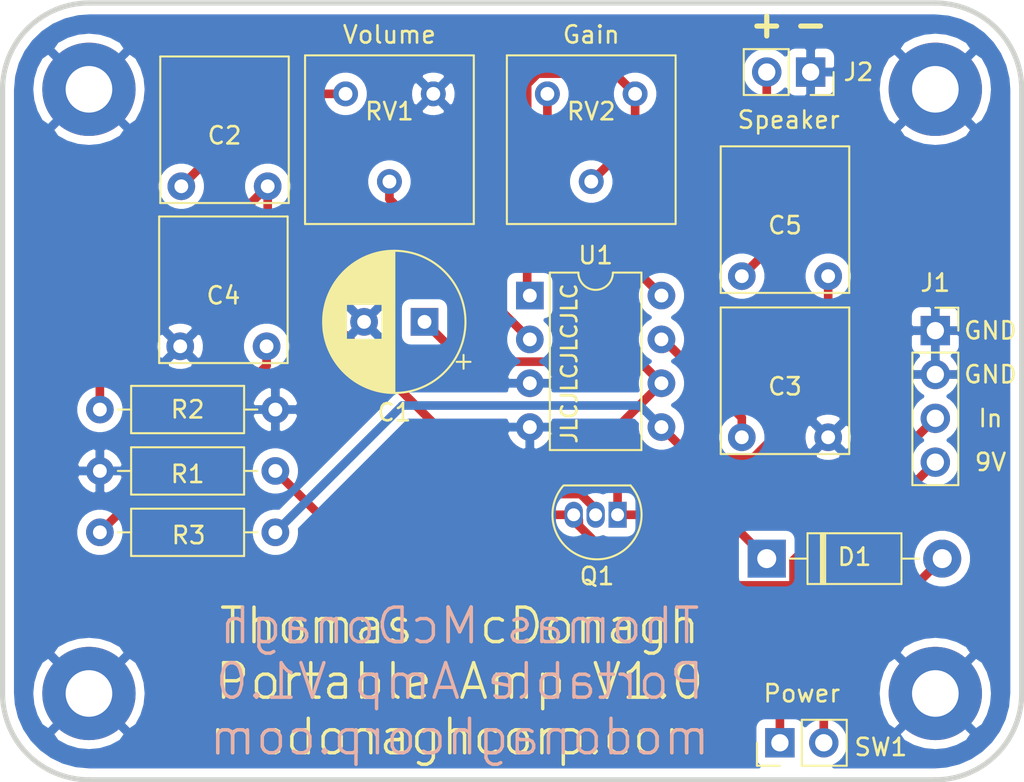
<source format=kicad_pcb>
(kicad_pcb (version 20171130) (host pcbnew "(5.1.6)-1")

  (general
    (thickness 1.6)
    (drawings 21)
    (tracks 54)
    (zones 0)
    (modules 20)
    (nets 15)
  )

  (page A4)
  (layers
    (0 F.Cu signal)
    (31 B.Cu signal hide)
    (32 B.Adhes user)
    (33 F.Adhes user)
    (34 B.Paste user)
    (35 F.Paste user)
    (36 B.SilkS user)
    (37 F.SilkS user)
    (38 B.Mask user)
    (39 F.Mask user)
    (40 Dwgs.User user)
    (41 Cmts.User user)
    (42 Eco1.User user)
    (43 Eco2.User user)
    (44 Edge.Cuts user)
    (45 Margin user)
    (46 B.CrtYd user)
    (47 F.CrtYd user)
    (48 B.Fab user)
    (49 F.Fab user hide)
  )

  (setup
    (last_trace_width 0.5)
    (user_trace_width 0.5)
    (trace_clearance 0.2)
    (zone_clearance 0.508)
    (zone_45_only no)
    (trace_min 0.2)
    (via_size 0.8)
    (via_drill 0.4)
    (via_min_size 0.4)
    (via_min_drill 0.3)
    (uvia_size 0.3)
    (uvia_drill 0.1)
    (uvias_allowed no)
    (uvia_min_size 0.2)
    (uvia_min_drill 0.1)
    (edge_width 0.05)
    (segment_width 0.2)
    (pcb_text_width 0.3)
    (pcb_text_size 1.5 1.5)
    (mod_edge_width 0.12)
    (mod_text_size 1 1)
    (mod_text_width 0.15)
    (pad_size 1.524 1.524)
    (pad_drill 0.762)
    (pad_to_mask_clearance 0)
    (aux_axis_origin 0 0)
    (visible_elements 7FFFFF7F)
    (pcbplotparams
      (layerselection 0x010fc_ffffffff)
      (usegerberextensions false)
      (usegerberattributes false)
      (usegerberadvancedattributes true)
      (creategerberjobfile true)
      (excludeedgelayer true)
      (linewidth 0.100000)
      (plotframeref false)
      (viasonmask false)
      (mode 1)
      (useauxorigin false)
      (hpglpennumber 1)
      (hpglpenspeed 20)
      (hpglpendiameter 15.000000)
      (psnegative false)
      (psa4output false)
      (plotreference true)
      (plotvalue true)
      (plotinvisibletext false)
      (padsonsilk false)
      (subtractmaskfromsilk false)
      (outputformat 1)
      (mirror false)
      (drillshape 0)
      (scaleselection 1)
      (outputdirectory "Gerbers/"))
  )

  (net 0 "")
  (net 1 "Net-(C1-Pad1)")
  (net 2 GND)
  (net 3 "Net-(C2-Pad1)")
  (net 4 "Net-(C2-Pad2)")
  (net 5 "Net-(C3-Pad2)")
  (net 6 "Net-(C4-Pad1)")
  (net 7 "Net-(C5-Pad2)")
  (net 8 "Net-(C5-Pad1)")
  (net 9 9V)
  (net 10 Input)
  (net 11 "Net-(RV1-Pad2)")
  (net 12 "Net-(RV2-Pad1)")
  (net 13 "Net-(RV2-Pad2)")
  (net 14 "Net-(D1-Pad2)")

  (net_class Default "This is the default net class."
    (clearance 0.2)
    (trace_width 0.25)
    (via_dia 0.8)
    (via_drill 0.4)
    (uvia_dia 0.3)
    (uvia_drill 0.1)
    (add_net 9V)
    (add_net GND)
    (add_net Input)
    (add_net "Net-(C1-Pad1)")
    (add_net "Net-(C2-Pad1)")
    (add_net "Net-(C2-Pad2)")
    (add_net "Net-(C3-Pad2)")
    (add_net "Net-(C4-Pad1)")
    (add_net "Net-(C5-Pad1)")
    (add_net "Net-(C5-Pad2)")
    (add_net "Net-(D1-Pad2)")
    (add_net "Net-(RV1-Pad2)")
    (add_net "Net-(RV2-Pad1)")
    (add_net "Net-(RV2-Pad2)")
  )

  (module Capacitor_THT:CP_Radial_D8.0mm_P3.50mm (layer F.Cu) (tedit 5AE50EF0) (tstamp 607EFA8F)
    (at 122.428 93.472 180)
    (descr "CP, Radial series, Radial, pin pitch=3.50mm, , diameter=8mm, Electrolytic Capacitor")
    (tags "CP Radial series Radial pin pitch 3.50mm  diameter 8mm Electrolytic Capacitor")
    (path /60763B9D)
    (fp_text reference C1 (at 1.75 -5.25) (layer F.SilkS)
      (effects (font (size 1 1) (thickness 0.15)))
    )
    (fp_text value 100uF (at 1.75 5.25) (layer F.Fab)
      (effects (font (size 1 1) (thickness 0.15)))
    )
    (fp_circle (center 1.75 0) (end 5.75 0) (layer F.Fab) (width 0.1))
    (fp_circle (center 1.75 0) (end 5.87 0) (layer F.SilkS) (width 0.12))
    (fp_circle (center 1.75 0) (end 6 0) (layer F.CrtYd) (width 0.05))
    (fp_line (start -1.676759 -1.7475) (end -0.876759 -1.7475) (layer F.Fab) (width 0.1))
    (fp_line (start -1.276759 -2.1475) (end -1.276759 -1.3475) (layer F.Fab) (width 0.1))
    (fp_line (start 1.75 -4.08) (end 1.75 4.08) (layer F.SilkS) (width 0.12))
    (fp_line (start 1.79 -4.08) (end 1.79 4.08) (layer F.SilkS) (width 0.12))
    (fp_line (start 1.83 -4.08) (end 1.83 4.08) (layer F.SilkS) (width 0.12))
    (fp_line (start 1.87 -4.079) (end 1.87 4.079) (layer F.SilkS) (width 0.12))
    (fp_line (start 1.91 -4.077) (end 1.91 4.077) (layer F.SilkS) (width 0.12))
    (fp_line (start 1.95 -4.076) (end 1.95 4.076) (layer F.SilkS) (width 0.12))
    (fp_line (start 1.99 -4.074) (end 1.99 4.074) (layer F.SilkS) (width 0.12))
    (fp_line (start 2.03 -4.071) (end 2.03 4.071) (layer F.SilkS) (width 0.12))
    (fp_line (start 2.07 -4.068) (end 2.07 4.068) (layer F.SilkS) (width 0.12))
    (fp_line (start 2.11 -4.065) (end 2.11 4.065) (layer F.SilkS) (width 0.12))
    (fp_line (start 2.15 -4.061) (end 2.15 4.061) (layer F.SilkS) (width 0.12))
    (fp_line (start 2.19 -4.057) (end 2.19 4.057) (layer F.SilkS) (width 0.12))
    (fp_line (start 2.23 -4.052) (end 2.23 4.052) (layer F.SilkS) (width 0.12))
    (fp_line (start 2.27 -4.048) (end 2.27 4.048) (layer F.SilkS) (width 0.12))
    (fp_line (start 2.31 -4.042) (end 2.31 4.042) (layer F.SilkS) (width 0.12))
    (fp_line (start 2.35 -4.037) (end 2.35 4.037) (layer F.SilkS) (width 0.12))
    (fp_line (start 2.39 -4.03) (end 2.39 4.03) (layer F.SilkS) (width 0.12))
    (fp_line (start 2.43 -4.024) (end 2.43 4.024) (layer F.SilkS) (width 0.12))
    (fp_line (start 2.471 -4.017) (end 2.471 -1.04) (layer F.SilkS) (width 0.12))
    (fp_line (start 2.471 1.04) (end 2.471 4.017) (layer F.SilkS) (width 0.12))
    (fp_line (start 2.511 -4.01) (end 2.511 -1.04) (layer F.SilkS) (width 0.12))
    (fp_line (start 2.511 1.04) (end 2.511 4.01) (layer F.SilkS) (width 0.12))
    (fp_line (start 2.551 -4.002) (end 2.551 -1.04) (layer F.SilkS) (width 0.12))
    (fp_line (start 2.551 1.04) (end 2.551 4.002) (layer F.SilkS) (width 0.12))
    (fp_line (start 2.591 -3.994) (end 2.591 -1.04) (layer F.SilkS) (width 0.12))
    (fp_line (start 2.591 1.04) (end 2.591 3.994) (layer F.SilkS) (width 0.12))
    (fp_line (start 2.631 -3.985) (end 2.631 -1.04) (layer F.SilkS) (width 0.12))
    (fp_line (start 2.631 1.04) (end 2.631 3.985) (layer F.SilkS) (width 0.12))
    (fp_line (start 2.671 -3.976) (end 2.671 -1.04) (layer F.SilkS) (width 0.12))
    (fp_line (start 2.671 1.04) (end 2.671 3.976) (layer F.SilkS) (width 0.12))
    (fp_line (start 2.711 -3.967) (end 2.711 -1.04) (layer F.SilkS) (width 0.12))
    (fp_line (start 2.711 1.04) (end 2.711 3.967) (layer F.SilkS) (width 0.12))
    (fp_line (start 2.751 -3.957) (end 2.751 -1.04) (layer F.SilkS) (width 0.12))
    (fp_line (start 2.751 1.04) (end 2.751 3.957) (layer F.SilkS) (width 0.12))
    (fp_line (start 2.791 -3.947) (end 2.791 -1.04) (layer F.SilkS) (width 0.12))
    (fp_line (start 2.791 1.04) (end 2.791 3.947) (layer F.SilkS) (width 0.12))
    (fp_line (start 2.831 -3.936) (end 2.831 -1.04) (layer F.SilkS) (width 0.12))
    (fp_line (start 2.831 1.04) (end 2.831 3.936) (layer F.SilkS) (width 0.12))
    (fp_line (start 2.871 -3.925) (end 2.871 -1.04) (layer F.SilkS) (width 0.12))
    (fp_line (start 2.871 1.04) (end 2.871 3.925) (layer F.SilkS) (width 0.12))
    (fp_line (start 2.911 -3.914) (end 2.911 -1.04) (layer F.SilkS) (width 0.12))
    (fp_line (start 2.911 1.04) (end 2.911 3.914) (layer F.SilkS) (width 0.12))
    (fp_line (start 2.951 -3.902) (end 2.951 -1.04) (layer F.SilkS) (width 0.12))
    (fp_line (start 2.951 1.04) (end 2.951 3.902) (layer F.SilkS) (width 0.12))
    (fp_line (start 2.991 -3.889) (end 2.991 -1.04) (layer F.SilkS) (width 0.12))
    (fp_line (start 2.991 1.04) (end 2.991 3.889) (layer F.SilkS) (width 0.12))
    (fp_line (start 3.031 -3.877) (end 3.031 -1.04) (layer F.SilkS) (width 0.12))
    (fp_line (start 3.031 1.04) (end 3.031 3.877) (layer F.SilkS) (width 0.12))
    (fp_line (start 3.071 -3.863) (end 3.071 -1.04) (layer F.SilkS) (width 0.12))
    (fp_line (start 3.071 1.04) (end 3.071 3.863) (layer F.SilkS) (width 0.12))
    (fp_line (start 3.111 -3.85) (end 3.111 -1.04) (layer F.SilkS) (width 0.12))
    (fp_line (start 3.111 1.04) (end 3.111 3.85) (layer F.SilkS) (width 0.12))
    (fp_line (start 3.151 -3.835) (end 3.151 -1.04) (layer F.SilkS) (width 0.12))
    (fp_line (start 3.151 1.04) (end 3.151 3.835) (layer F.SilkS) (width 0.12))
    (fp_line (start 3.191 -3.821) (end 3.191 -1.04) (layer F.SilkS) (width 0.12))
    (fp_line (start 3.191 1.04) (end 3.191 3.821) (layer F.SilkS) (width 0.12))
    (fp_line (start 3.231 -3.805) (end 3.231 -1.04) (layer F.SilkS) (width 0.12))
    (fp_line (start 3.231 1.04) (end 3.231 3.805) (layer F.SilkS) (width 0.12))
    (fp_line (start 3.271 -3.79) (end 3.271 -1.04) (layer F.SilkS) (width 0.12))
    (fp_line (start 3.271 1.04) (end 3.271 3.79) (layer F.SilkS) (width 0.12))
    (fp_line (start 3.311 -3.774) (end 3.311 -1.04) (layer F.SilkS) (width 0.12))
    (fp_line (start 3.311 1.04) (end 3.311 3.774) (layer F.SilkS) (width 0.12))
    (fp_line (start 3.351 -3.757) (end 3.351 -1.04) (layer F.SilkS) (width 0.12))
    (fp_line (start 3.351 1.04) (end 3.351 3.757) (layer F.SilkS) (width 0.12))
    (fp_line (start 3.391 -3.74) (end 3.391 -1.04) (layer F.SilkS) (width 0.12))
    (fp_line (start 3.391 1.04) (end 3.391 3.74) (layer F.SilkS) (width 0.12))
    (fp_line (start 3.431 -3.722) (end 3.431 -1.04) (layer F.SilkS) (width 0.12))
    (fp_line (start 3.431 1.04) (end 3.431 3.722) (layer F.SilkS) (width 0.12))
    (fp_line (start 3.471 -3.704) (end 3.471 -1.04) (layer F.SilkS) (width 0.12))
    (fp_line (start 3.471 1.04) (end 3.471 3.704) (layer F.SilkS) (width 0.12))
    (fp_line (start 3.511 -3.686) (end 3.511 -1.04) (layer F.SilkS) (width 0.12))
    (fp_line (start 3.511 1.04) (end 3.511 3.686) (layer F.SilkS) (width 0.12))
    (fp_line (start 3.551 -3.666) (end 3.551 -1.04) (layer F.SilkS) (width 0.12))
    (fp_line (start 3.551 1.04) (end 3.551 3.666) (layer F.SilkS) (width 0.12))
    (fp_line (start 3.591 -3.647) (end 3.591 -1.04) (layer F.SilkS) (width 0.12))
    (fp_line (start 3.591 1.04) (end 3.591 3.647) (layer F.SilkS) (width 0.12))
    (fp_line (start 3.631 -3.627) (end 3.631 -1.04) (layer F.SilkS) (width 0.12))
    (fp_line (start 3.631 1.04) (end 3.631 3.627) (layer F.SilkS) (width 0.12))
    (fp_line (start 3.671 -3.606) (end 3.671 -1.04) (layer F.SilkS) (width 0.12))
    (fp_line (start 3.671 1.04) (end 3.671 3.606) (layer F.SilkS) (width 0.12))
    (fp_line (start 3.711 -3.584) (end 3.711 -1.04) (layer F.SilkS) (width 0.12))
    (fp_line (start 3.711 1.04) (end 3.711 3.584) (layer F.SilkS) (width 0.12))
    (fp_line (start 3.751 -3.562) (end 3.751 -1.04) (layer F.SilkS) (width 0.12))
    (fp_line (start 3.751 1.04) (end 3.751 3.562) (layer F.SilkS) (width 0.12))
    (fp_line (start 3.791 -3.54) (end 3.791 -1.04) (layer F.SilkS) (width 0.12))
    (fp_line (start 3.791 1.04) (end 3.791 3.54) (layer F.SilkS) (width 0.12))
    (fp_line (start 3.831 -3.517) (end 3.831 -1.04) (layer F.SilkS) (width 0.12))
    (fp_line (start 3.831 1.04) (end 3.831 3.517) (layer F.SilkS) (width 0.12))
    (fp_line (start 3.871 -3.493) (end 3.871 -1.04) (layer F.SilkS) (width 0.12))
    (fp_line (start 3.871 1.04) (end 3.871 3.493) (layer F.SilkS) (width 0.12))
    (fp_line (start 3.911 -3.469) (end 3.911 -1.04) (layer F.SilkS) (width 0.12))
    (fp_line (start 3.911 1.04) (end 3.911 3.469) (layer F.SilkS) (width 0.12))
    (fp_line (start 3.951 -3.444) (end 3.951 -1.04) (layer F.SilkS) (width 0.12))
    (fp_line (start 3.951 1.04) (end 3.951 3.444) (layer F.SilkS) (width 0.12))
    (fp_line (start 3.991 -3.418) (end 3.991 -1.04) (layer F.SilkS) (width 0.12))
    (fp_line (start 3.991 1.04) (end 3.991 3.418) (layer F.SilkS) (width 0.12))
    (fp_line (start 4.031 -3.392) (end 4.031 -1.04) (layer F.SilkS) (width 0.12))
    (fp_line (start 4.031 1.04) (end 4.031 3.392) (layer F.SilkS) (width 0.12))
    (fp_line (start 4.071 -3.365) (end 4.071 -1.04) (layer F.SilkS) (width 0.12))
    (fp_line (start 4.071 1.04) (end 4.071 3.365) (layer F.SilkS) (width 0.12))
    (fp_line (start 4.111 -3.338) (end 4.111 -1.04) (layer F.SilkS) (width 0.12))
    (fp_line (start 4.111 1.04) (end 4.111 3.338) (layer F.SilkS) (width 0.12))
    (fp_line (start 4.151 -3.309) (end 4.151 -1.04) (layer F.SilkS) (width 0.12))
    (fp_line (start 4.151 1.04) (end 4.151 3.309) (layer F.SilkS) (width 0.12))
    (fp_line (start 4.191 -3.28) (end 4.191 -1.04) (layer F.SilkS) (width 0.12))
    (fp_line (start 4.191 1.04) (end 4.191 3.28) (layer F.SilkS) (width 0.12))
    (fp_line (start 4.231 -3.25) (end 4.231 -1.04) (layer F.SilkS) (width 0.12))
    (fp_line (start 4.231 1.04) (end 4.231 3.25) (layer F.SilkS) (width 0.12))
    (fp_line (start 4.271 -3.22) (end 4.271 -1.04) (layer F.SilkS) (width 0.12))
    (fp_line (start 4.271 1.04) (end 4.271 3.22) (layer F.SilkS) (width 0.12))
    (fp_line (start 4.311 -3.189) (end 4.311 -1.04) (layer F.SilkS) (width 0.12))
    (fp_line (start 4.311 1.04) (end 4.311 3.189) (layer F.SilkS) (width 0.12))
    (fp_line (start 4.351 -3.156) (end 4.351 -1.04) (layer F.SilkS) (width 0.12))
    (fp_line (start 4.351 1.04) (end 4.351 3.156) (layer F.SilkS) (width 0.12))
    (fp_line (start 4.391 -3.124) (end 4.391 -1.04) (layer F.SilkS) (width 0.12))
    (fp_line (start 4.391 1.04) (end 4.391 3.124) (layer F.SilkS) (width 0.12))
    (fp_line (start 4.431 -3.09) (end 4.431 -1.04) (layer F.SilkS) (width 0.12))
    (fp_line (start 4.431 1.04) (end 4.431 3.09) (layer F.SilkS) (width 0.12))
    (fp_line (start 4.471 -3.055) (end 4.471 -1.04) (layer F.SilkS) (width 0.12))
    (fp_line (start 4.471 1.04) (end 4.471 3.055) (layer F.SilkS) (width 0.12))
    (fp_line (start 4.511 -3.019) (end 4.511 -1.04) (layer F.SilkS) (width 0.12))
    (fp_line (start 4.511 1.04) (end 4.511 3.019) (layer F.SilkS) (width 0.12))
    (fp_line (start 4.551 -2.983) (end 4.551 2.983) (layer F.SilkS) (width 0.12))
    (fp_line (start 4.591 -2.945) (end 4.591 2.945) (layer F.SilkS) (width 0.12))
    (fp_line (start 4.631 -2.907) (end 4.631 2.907) (layer F.SilkS) (width 0.12))
    (fp_line (start 4.671 -2.867) (end 4.671 2.867) (layer F.SilkS) (width 0.12))
    (fp_line (start 4.711 -2.826) (end 4.711 2.826) (layer F.SilkS) (width 0.12))
    (fp_line (start 4.751 -2.784) (end 4.751 2.784) (layer F.SilkS) (width 0.12))
    (fp_line (start 4.791 -2.741) (end 4.791 2.741) (layer F.SilkS) (width 0.12))
    (fp_line (start 4.831 -2.697) (end 4.831 2.697) (layer F.SilkS) (width 0.12))
    (fp_line (start 4.871 -2.651) (end 4.871 2.651) (layer F.SilkS) (width 0.12))
    (fp_line (start 4.911 -2.604) (end 4.911 2.604) (layer F.SilkS) (width 0.12))
    (fp_line (start 4.951 -2.556) (end 4.951 2.556) (layer F.SilkS) (width 0.12))
    (fp_line (start 4.991 -2.505) (end 4.991 2.505) (layer F.SilkS) (width 0.12))
    (fp_line (start 5.031 -2.454) (end 5.031 2.454) (layer F.SilkS) (width 0.12))
    (fp_line (start 5.071 -2.4) (end 5.071 2.4) (layer F.SilkS) (width 0.12))
    (fp_line (start 5.111 -2.345) (end 5.111 2.345) (layer F.SilkS) (width 0.12))
    (fp_line (start 5.151 -2.287) (end 5.151 2.287) (layer F.SilkS) (width 0.12))
    (fp_line (start 5.191 -2.228) (end 5.191 2.228) (layer F.SilkS) (width 0.12))
    (fp_line (start 5.231 -2.166) (end 5.231 2.166) (layer F.SilkS) (width 0.12))
    (fp_line (start 5.271 -2.102) (end 5.271 2.102) (layer F.SilkS) (width 0.12))
    (fp_line (start 5.311 -2.034) (end 5.311 2.034) (layer F.SilkS) (width 0.12))
    (fp_line (start 5.351 -1.964) (end 5.351 1.964) (layer F.SilkS) (width 0.12))
    (fp_line (start 5.391 -1.89) (end 5.391 1.89) (layer F.SilkS) (width 0.12))
    (fp_line (start 5.431 -1.813) (end 5.431 1.813) (layer F.SilkS) (width 0.12))
    (fp_line (start 5.471 -1.731) (end 5.471 1.731) (layer F.SilkS) (width 0.12))
    (fp_line (start 5.511 -1.645) (end 5.511 1.645) (layer F.SilkS) (width 0.12))
    (fp_line (start 5.551 -1.552) (end 5.551 1.552) (layer F.SilkS) (width 0.12))
    (fp_line (start 5.591 -1.453) (end 5.591 1.453) (layer F.SilkS) (width 0.12))
    (fp_line (start 5.631 -1.346) (end 5.631 1.346) (layer F.SilkS) (width 0.12))
    (fp_line (start 5.671 -1.229) (end 5.671 1.229) (layer F.SilkS) (width 0.12))
    (fp_line (start 5.711 -1.098) (end 5.711 1.098) (layer F.SilkS) (width 0.12))
    (fp_line (start 5.751 -0.948) (end 5.751 0.948) (layer F.SilkS) (width 0.12))
    (fp_line (start 5.791 -0.768) (end 5.791 0.768) (layer F.SilkS) (width 0.12))
    (fp_line (start 5.831 -0.533) (end 5.831 0.533) (layer F.SilkS) (width 0.12))
    (fp_line (start -2.659698 -2.315) (end -1.859698 -2.315) (layer F.SilkS) (width 0.12))
    (fp_line (start -2.259698 -2.715) (end -2.259698 -1.915) (layer F.SilkS) (width 0.12))
    (fp_text user %R (at 1.75 0) (layer F.Fab)
      (effects (font (size 1 1) (thickness 0.15)))
    )
    (pad 1 thru_hole rect (at 0 0 180) (size 1.6 1.6) (drill 0.8) (layers *.Cu *.Mask)
      (net 1 "Net-(C1-Pad1)"))
    (pad 2 thru_hole circle (at 3.5 0 180) (size 1.6 1.6) (drill 0.8) (layers *.Cu *.Mask)
      (net 2 GND))
    (model ${KISYS3DMOD}/Capacitor_THT.3dshapes/CP_Radial_D8.0mm_P3.50mm.wrl
      (at (xyz 0 0 0))
      (scale (xyz 1 1 1))
      (rotate (xyz 0 0 0))
    )
  )

  (module libraries:C_Flat_L7.2_H6.5 (layer F.Cu) (tedit 602331CB) (tstamp 607EEF31)
    (at 113.3475 85.217 180)
    (descr "C, Rect series, Radial, pin pitch=5.00mm, , length*width=7.2*2.5mm^2, Capacitor, http://www.wima.com/EN/WIMA_FKS_2.pdf")
    (tags "C Rect series Radial pin pitch 5.00mm  length 7.2mm width 2.5mm Capacitor")
    (path /6076A84B)
    (fp_text reference C2 (at 2.5 2.54) (layer F.SilkS)
      (effects (font (size 1 1) (thickness 0.15)))
    )
    (fp_text value 47nF (at 2.5 8.128) (layer F.Fab)
      (effects (font (size 1 1) (thickness 0.15)))
    )
    (fp_line (start 6.35 -1.5) (end -1.35 -1.5) (layer F.CrtYd) (width 0.05))
    (fp_line (start 6.35 7.25) (end 6.35 -1.5) (layer F.CrtYd) (width 0.05))
    (fp_line (start -1.35 7.25) (end 6.35 7.25) (layer F.CrtYd) (width 0.05))
    (fp_line (start -1.35 -1.5) (end -1.35 7.25) (layer F.CrtYd) (width 0.05))
    (fp_line (start 6.22 -1.37) (end 6.22 7.12) (layer F.SilkS) (width 0.12))
    (fp_line (start -1.22 -1.37) (end -1.22 7.12) (layer F.SilkS) (width 0.12))
    (fp_line (start -1.22 7.12) (end 6.22 7.12) (layer F.SilkS) (width 0.12))
    (fp_line (start -1.22 -1.37) (end 6.22 -1.37) (layer F.SilkS) (width 0.12))
    (fp_line (start 6.1 -1.25) (end -1.1 -1.25) (layer F.Fab) (width 0.1))
    (fp_line (start 6.1 7) (end 6.1 -1.25) (layer F.Fab) (width 0.1))
    (fp_line (start -1.1 7) (end 6.1 7) (layer F.Fab) (width 0.1))
    (fp_line (start -1.1 -1.25) (end -1.1 7) (layer F.Fab) (width 0.1))
    (fp_text user %R (at 2.5 3.81) (layer F.Fab)
      (effects (font (size 1 1) (thickness 0.15)))
    )
    (pad 1 thru_hole circle (at 0 -0.4 180) (size 1.6 1.6) (drill 0.8) (layers *.Cu *.Mask)
      (net 3 "Net-(C2-Pad1)"))
    (pad 2 thru_hole circle (at 5 -0.4 180) (size 1.6 1.6) (drill 0.8) (layers *.Cu *.Mask)
      (net 4 "Net-(C2-Pad2)"))
    (model ${KISYS3DMOD}/Capacitor_THT.3dshapes/C_Rect_L7.2mm_W2.5mm_P5.00mm_FKS2_FKP2_MKS2_MKP2.wrl
      (at (xyz 0 0 0))
      (scale (xyz 1 1 1))
      (rotate (xyz 0 0 0))
    )
  )

  (module libraries:C_Flat_L7.2_H6.5 (layer F.Cu) (tedit 602331CB) (tstamp 6077C942)
    (at 145.796 99.7585 180)
    (descr "C, Rect series, Radial, pin pitch=5.00mm, , length*width=7.2*2.5mm^2, Capacitor, http://www.wima.com/EN/WIMA_FKS_2.pdf")
    (tags "C Rect series Radial pin pitch 5.00mm  length 7.2mm width 2.5mm Capacitor")
    (path /60774821)
    (fp_text reference C3 (at 2.5 2.54) (layer F.SilkS)
      (effects (font (size 1 1) (thickness 0.15)))
    )
    (fp_text value 100nF (at 2.5 8.128) (layer F.Fab)
      (effects (font (size 1 1) (thickness 0.15)))
    )
    (fp_line (start -1.1 -1.25) (end -1.1 7) (layer F.Fab) (width 0.1))
    (fp_line (start -1.1 7) (end 6.1 7) (layer F.Fab) (width 0.1))
    (fp_line (start 6.1 7) (end 6.1 -1.25) (layer F.Fab) (width 0.1))
    (fp_line (start 6.1 -1.25) (end -1.1 -1.25) (layer F.Fab) (width 0.1))
    (fp_line (start -1.22 -1.37) (end 6.22 -1.37) (layer F.SilkS) (width 0.12))
    (fp_line (start -1.22 7.12) (end 6.22 7.12) (layer F.SilkS) (width 0.12))
    (fp_line (start -1.22 -1.37) (end -1.22 7.12) (layer F.SilkS) (width 0.12))
    (fp_line (start 6.22 -1.37) (end 6.22 7.12) (layer F.SilkS) (width 0.12))
    (fp_line (start -1.35 -1.5) (end -1.35 7.25) (layer F.CrtYd) (width 0.05))
    (fp_line (start -1.35 7.25) (end 6.35 7.25) (layer F.CrtYd) (width 0.05))
    (fp_line (start 6.35 7.25) (end 6.35 -1.5) (layer F.CrtYd) (width 0.05))
    (fp_line (start 6.35 -1.5) (end -1.35 -1.5) (layer F.CrtYd) (width 0.05))
    (fp_text user %R (at 2.5 3.81) (layer F.Fab)
      (effects (font (size 1 1) (thickness 0.15)))
    )
    (pad 2 thru_hole circle (at 5 -0.4 180) (size 1.6 1.6) (drill 0.8) (layers *.Cu *.Mask)
      (net 5 "Net-(C3-Pad2)"))
    (pad 1 thru_hole circle (at 0 -0.4 180) (size 1.6 1.6) (drill 0.8) (layers *.Cu *.Mask)
      (net 2 GND))
    (model ${KISYS3DMOD}/Capacitor_THT.3dshapes/C_Rect_L7.2mm_W2.5mm_P5.00mm_FKS2_FKP2_MKS2_MKP2.wrl
      (at (xyz 0 0 0))
      (scale (xyz 1 1 1))
      (rotate (xyz 0 0 0))
    )
  )

  (module libraries:C_Flat_L7.2_H6.5 (layer F.Cu) (tedit 602331CB) (tstamp 607EEF8C)
    (at 113.284 94.488 180)
    (descr "C, Rect series, Radial, pin pitch=5.00mm, , length*width=7.2*2.5mm^2, Capacitor, http://www.wima.com/EN/WIMA_FKS_2.pdf")
    (tags "C Rect series Radial pin pitch 5.00mm  length 7.2mm width 2.5mm Capacitor")
    (path /60777018)
    (fp_text reference C4 (at 2.5 2.54) (layer F.SilkS)
      (effects (font (size 1 1) (thickness 0.15)))
    )
    (fp_text value 47nF (at 2.5 8.128) (layer F.Fab)
      (effects (font (size 1 1) (thickness 0.15)))
    )
    (fp_line (start 6.35 -1.5) (end -1.35 -1.5) (layer F.CrtYd) (width 0.05))
    (fp_line (start 6.35 7.25) (end 6.35 -1.5) (layer F.CrtYd) (width 0.05))
    (fp_line (start -1.35 7.25) (end 6.35 7.25) (layer F.CrtYd) (width 0.05))
    (fp_line (start -1.35 -1.5) (end -1.35 7.25) (layer F.CrtYd) (width 0.05))
    (fp_line (start 6.22 -1.37) (end 6.22 7.12) (layer F.SilkS) (width 0.12))
    (fp_line (start -1.22 -1.37) (end -1.22 7.12) (layer F.SilkS) (width 0.12))
    (fp_line (start -1.22 7.12) (end 6.22 7.12) (layer F.SilkS) (width 0.12))
    (fp_line (start -1.22 -1.37) (end 6.22 -1.37) (layer F.SilkS) (width 0.12))
    (fp_line (start 6.1 -1.25) (end -1.1 -1.25) (layer F.Fab) (width 0.1))
    (fp_line (start 6.1 7) (end 6.1 -1.25) (layer F.Fab) (width 0.1))
    (fp_line (start -1.1 7) (end 6.1 7) (layer F.Fab) (width 0.1))
    (fp_line (start -1.1 -1.25) (end -1.1 7) (layer F.Fab) (width 0.1))
    (fp_text user %R (at 2.5 3.81) (layer F.Fab)
      (effects (font (size 1 1) (thickness 0.15)))
    )
    (pad 1 thru_hole circle (at 0 -0.4 180) (size 1.6 1.6) (drill 0.8) (layers *.Cu *.Mask)
      (net 6 "Net-(C4-Pad1)"))
    (pad 2 thru_hole circle (at 5 -0.4 180) (size 1.6 1.6) (drill 0.8) (layers *.Cu *.Mask)
      (net 2 GND))
    (model ${KISYS3DMOD}/Capacitor_THT.3dshapes/C_Rect_L7.2mm_W2.5mm_P5.00mm_FKS2_FKP2_MKS2_MKP2.wrl
      (at (xyz 0 0 0))
      (scale (xyz 1 1 1))
      (rotate (xyz 0 0 0))
    )
  )

  (module libraries:C_Flat_L7.2_H6.5 (layer F.Cu) (tedit 602331CB) (tstamp 6077C968)
    (at 145.796 90.424 180)
    (descr "C, Rect series, Radial, pin pitch=5.00mm, , length*width=7.2*2.5mm^2, Capacitor, http://www.wima.com/EN/WIMA_FKS_2.pdf")
    (tags "C Rect series Radial pin pitch 5.00mm  length 7.2mm width 2.5mm Capacitor")
    (path /607793E9)
    (fp_text reference C5 (at 2.5 2.54) (layer F.SilkS)
      (effects (font (size 1 1) (thickness 0.15)))
    )
    (fp_text value 220uF (at 2.5 8.128) (layer F.Fab)
      (effects (font (size 1 1) (thickness 0.15)))
    )
    (fp_line (start -1.1 -1.25) (end -1.1 7) (layer F.Fab) (width 0.1))
    (fp_line (start -1.1 7) (end 6.1 7) (layer F.Fab) (width 0.1))
    (fp_line (start 6.1 7) (end 6.1 -1.25) (layer F.Fab) (width 0.1))
    (fp_line (start 6.1 -1.25) (end -1.1 -1.25) (layer F.Fab) (width 0.1))
    (fp_line (start -1.22 -1.37) (end 6.22 -1.37) (layer F.SilkS) (width 0.12))
    (fp_line (start -1.22 7.12) (end 6.22 7.12) (layer F.SilkS) (width 0.12))
    (fp_line (start -1.22 -1.37) (end -1.22 7.12) (layer F.SilkS) (width 0.12))
    (fp_line (start 6.22 -1.37) (end 6.22 7.12) (layer F.SilkS) (width 0.12))
    (fp_line (start -1.35 -1.5) (end -1.35 7.25) (layer F.CrtYd) (width 0.05))
    (fp_line (start -1.35 7.25) (end 6.35 7.25) (layer F.CrtYd) (width 0.05))
    (fp_line (start 6.35 7.25) (end 6.35 -1.5) (layer F.CrtYd) (width 0.05))
    (fp_line (start 6.35 -1.5) (end -1.35 -1.5) (layer F.CrtYd) (width 0.05))
    (fp_text user %R (at 2.5 3.81) (layer F.Fab)
      (effects (font (size 1 1) (thickness 0.15)))
    )
    (pad 2 thru_hole circle (at 5 -0.4 180) (size 1.6 1.6) (drill 0.8) (layers *.Cu *.Mask)
      (net 7 "Net-(C5-Pad2)"))
    (pad 1 thru_hole circle (at 0 -0.4 180) (size 1.6 1.6) (drill 0.8) (layers *.Cu *.Mask)
      (net 8 "Net-(C5-Pad1)"))
    (model ${KISYS3DMOD}/Capacitor_THT.3dshapes/C_Rect_L7.2mm_W2.5mm_P5.00mm_FKS2_FKP2_MKS2_MKP2.wrl
      (at (xyz 0 0 0))
      (scale (xyz 1 1 1))
      (rotate (xyz 0 0 0))
    )
  )

  (module Diode_THT:D_DO-41_SOD81_P10.16mm_Horizontal (layer F.Cu) (tedit 5AE50CD5) (tstamp 6077C987)
    (at 142.24 107.188)
    (descr "Diode, DO-41_SOD81 series, Axial, Horizontal, pin pitch=10.16mm, , length*diameter=5.2*2.7mm^2, , http://www.diodes.com/_files/packages/DO-41%20(Plastic).pdf")
    (tags "Diode DO-41_SOD81 series Axial Horizontal pin pitch 10.16mm  length 5.2mm diameter 2.7mm")
    (path /60782D74)
    (fp_text reference D1 (at 5.08 -0.101001) (layer F.SilkS)
      (effects (font (size 1 1) (thickness 0.15)))
    )
    (fp_text value D (at 5.08 2.47) (layer F.Fab)
      (effects (font (size 1 1) (thickness 0.15)))
    )
    (fp_line (start 2.48 -1.35) (end 2.48 1.35) (layer F.Fab) (width 0.1))
    (fp_line (start 2.48 1.35) (end 7.68 1.35) (layer F.Fab) (width 0.1))
    (fp_line (start 7.68 1.35) (end 7.68 -1.35) (layer F.Fab) (width 0.1))
    (fp_line (start 7.68 -1.35) (end 2.48 -1.35) (layer F.Fab) (width 0.1))
    (fp_line (start 0 0) (end 2.48 0) (layer F.Fab) (width 0.1))
    (fp_line (start 10.16 0) (end 7.68 0) (layer F.Fab) (width 0.1))
    (fp_line (start 3.26 -1.35) (end 3.26 1.35) (layer F.Fab) (width 0.1))
    (fp_line (start 3.36 -1.35) (end 3.36 1.35) (layer F.Fab) (width 0.1))
    (fp_line (start 3.16 -1.35) (end 3.16 1.35) (layer F.Fab) (width 0.1))
    (fp_line (start 2.36 -1.47) (end 2.36 1.47) (layer F.SilkS) (width 0.12))
    (fp_line (start 2.36 1.47) (end 7.8 1.47) (layer F.SilkS) (width 0.12))
    (fp_line (start 7.8 1.47) (end 7.8 -1.47) (layer F.SilkS) (width 0.12))
    (fp_line (start 7.8 -1.47) (end 2.36 -1.47) (layer F.SilkS) (width 0.12))
    (fp_line (start 1.34 0) (end 2.36 0) (layer F.SilkS) (width 0.12))
    (fp_line (start 8.82 0) (end 7.8 0) (layer F.SilkS) (width 0.12))
    (fp_line (start 3.26 -1.47) (end 3.26 1.47) (layer F.SilkS) (width 0.12))
    (fp_line (start 3.38 -1.47) (end 3.38 1.47) (layer F.SilkS) (width 0.12))
    (fp_line (start 3.14 -1.47) (end 3.14 1.47) (layer F.SilkS) (width 0.12))
    (fp_line (start -1.35 -1.6) (end -1.35 1.6) (layer F.CrtYd) (width 0.05))
    (fp_line (start -1.35 1.6) (end 11.51 1.6) (layer F.CrtYd) (width 0.05))
    (fp_line (start 11.51 1.6) (end 11.51 -1.6) (layer F.CrtYd) (width 0.05))
    (fp_line (start 11.51 -1.6) (end -1.35 -1.6) (layer F.CrtYd) (width 0.05))
    (fp_text user %R (at 5.47 0) (layer F.Fab)
      (effects (font (size 1 1) (thickness 0.15)))
    )
    (fp_text user K (at 0 -2.1) (layer F.Fab)
      (effects (font (size 1 1) (thickness 0.15)))
    )
    (pad 1 thru_hole rect (at 0 0) (size 2.2 2.2) (drill 1.1) (layers *.Cu *.Mask)
      (net 1 "Net-(C1-Pad1)"))
    (pad 2 thru_hole oval (at 10.16 0) (size 2.2 2.2) (drill 1.1) (layers *.Cu *.Mask)
      (net 14 "Net-(D1-Pad2)"))
    (model ${KISYS3DMOD}/Diode_THT.3dshapes/D_DO-41_SOD81_P10.16mm_Horizontal.wrl
      (at (xyz 0 0 0))
      (scale (xyz 1 1 1))
      (rotate (xyz 0 0 0))
    )
  )

  (module Connector_PinSocket_2.54mm:PinSocket_1x04_P2.54mm_Vertical (layer F.Cu) (tedit 5A19A429) (tstamp 6077C99F)
    (at 152 93.98)
    (descr "Through hole straight socket strip, 1x04, 2.54mm pitch, single row (from Kicad 4.0.7), script generated")
    (tags "Through hole socket strip THT 1x04 2.54mm single row")
    (path /6077D5DE)
    (fp_text reference J1 (at 0 -2.77) (layer F.SilkS)
      (effects (font (size 1 1) (thickness 0.15)))
    )
    (fp_text value Conn_01x04_Male (at 0 10.39) (layer F.Fab)
      (effects (font (size 1 1) (thickness 0.15)))
    )
    (fp_line (start -1.27 -1.27) (end 0.635 -1.27) (layer F.Fab) (width 0.1))
    (fp_line (start 0.635 -1.27) (end 1.27 -0.635) (layer F.Fab) (width 0.1))
    (fp_line (start 1.27 -0.635) (end 1.27 8.89) (layer F.Fab) (width 0.1))
    (fp_line (start 1.27 8.89) (end -1.27 8.89) (layer F.Fab) (width 0.1))
    (fp_line (start -1.27 8.89) (end -1.27 -1.27) (layer F.Fab) (width 0.1))
    (fp_line (start -1.33 1.27) (end 1.33 1.27) (layer F.SilkS) (width 0.12))
    (fp_line (start -1.33 1.27) (end -1.33 8.95) (layer F.SilkS) (width 0.12))
    (fp_line (start -1.33 8.95) (end 1.33 8.95) (layer F.SilkS) (width 0.12))
    (fp_line (start 1.33 1.27) (end 1.33 8.95) (layer F.SilkS) (width 0.12))
    (fp_line (start 1.33 -1.33) (end 1.33 0) (layer F.SilkS) (width 0.12))
    (fp_line (start 0 -1.33) (end 1.33 -1.33) (layer F.SilkS) (width 0.12))
    (fp_line (start -1.8 -1.8) (end 1.75 -1.8) (layer F.CrtYd) (width 0.05))
    (fp_line (start 1.75 -1.8) (end 1.75 9.4) (layer F.CrtYd) (width 0.05))
    (fp_line (start 1.75 9.4) (end -1.8 9.4) (layer F.CrtYd) (width 0.05))
    (fp_line (start -1.8 9.4) (end -1.8 -1.8) (layer F.CrtYd) (width 0.05))
    (fp_text user %R (at 0 3.81 90) (layer F.Fab)
      (effects (font (size 1 1) (thickness 0.15)))
    )
    (pad 1 thru_hole rect (at 0 0) (size 1.7 1.7) (drill 1) (layers *.Cu *.Mask)
      (net 2 GND))
    (pad 2 thru_hole oval (at 0 2.54) (size 1.7 1.7) (drill 1) (layers *.Cu *.Mask)
      (net 2 GND))
    (pad 3 thru_hole oval (at 0 5.08) (size 1.7 1.7) (drill 1) (layers *.Cu *.Mask)
      (net 10 Input))
    (pad 4 thru_hole oval (at 0 7.62) (size 1.7 1.7) (drill 1) (layers *.Cu *.Mask)
      (net 9 9V))
    (model ${KISYS3DMOD}/Connector_PinSocket_2.54mm.3dshapes/PinSocket_1x04_P2.54mm_Vertical.wrl
      (at (xyz 0 0 0))
      (scale (xyz 1 1 1))
      (rotate (xyz 0 0 0))
    )
  )

  (module Connector_PinSocket_2.54mm:PinSocket_1x02_P2.54mm_Vertical (layer F.Cu) (tedit 5A19A420) (tstamp 6077C9B5)
    (at 144.78 79 270)
    (descr "Through hole straight socket strip, 1x02, 2.54mm pitch, single row (from Kicad 4.0.7), script generated")
    (tags "Through hole socket strip THT 1x02 2.54mm single row")
    (path /6077AF13)
    (fp_text reference J2 (at 0 -2.77 180) (layer F.SilkS)
      (effects (font (size 1 1) (thickness 0.15)))
    )
    (fp_text value Speaker (at 0 5.31 90) (layer F.Fab)
      (effects (font (size 1 1) (thickness 0.15)))
    )
    (fp_line (start -1.27 -1.27) (end 0.635 -1.27) (layer F.Fab) (width 0.1))
    (fp_line (start 0.635 -1.27) (end 1.27 -0.635) (layer F.Fab) (width 0.1))
    (fp_line (start 1.27 -0.635) (end 1.27 3.81) (layer F.Fab) (width 0.1))
    (fp_line (start 1.27 3.81) (end -1.27 3.81) (layer F.Fab) (width 0.1))
    (fp_line (start -1.27 3.81) (end -1.27 -1.27) (layer F.Fab) (width 0.1))
    (fp_line (start -1.33 1.27) (end 1.33 1.27) (layer F.SilkS) (width 0.12))
    (fp_line (start -1.33 1.27) (end -1.33 3.87) (layer F.SilkS) (width 0.12))
    (fp_line (start -1.33 3.87) (end 1.33 3.87) (layer F.SilkS) (width 0.12))
    (fp_line (start 1.33 1.27) (end 1.33 3.87) (layer F.SilkS) (width 0.12))
    (fp_line (start 1.33 -1.33) (end 1.33 0) (layer F.SilkS) (width 0.12))
    (fp_line (start 0 -1.33) (end 1.33 -1.33) (layer F.SilkS) (width 0.12))
    (fp_line (start -1.8 -1.8) (end 1.75 -1.8) (layer F.CrtYd) (width 0.05))
    (fp_line (start 1.75 -1.8) (end 1.75 4.3) (layer F.CrtYd) (width 0.05))
    (fp_line (start 1.75 4.3) (end -1.8 4.3) (layer F.CrtYd) (width 0.05))
    (fp_line (start -1.8 4.3) (end -1.8 -1.8) (layer F.CrtYd) (width 0.05))
    (fp_text user %R (at 0 1.27) (layer F.Fab)
      (effects (font (size 1 1) (thickness 0.15)))
    )
    (pad 1 thru_hole rect (at 0 0 270) (size 1.7 1.7) (drill 1) (layers *.Cu *.Mask)
      (net 2 GND))
    (pad 2 thru_hole oval (at 0 2.54 270) (size 1.7 1.7) (drill 1) (layers *.Cu *.Mask)
      (net 7 "Net-(C5-Pad2)"))
    (model ${KISYS3DMOD}/Connector_PinSocket_2.54mm.3dshapes/PinSocket_1x02_P2.54mm_Vertical.wrl
      (at (xyz 0 0 0))
      (scale (xyz 1 1 1))
      (rotate (xyz 0 0 0))
    )
  )

  (module Package_TO_SOT_THT:TO-92L_Inline (layer F.Cu) (tedit 5A279A44) (tstamp 6077C9C6)
    (at 133.604 104.648 180)
    (descr "TO-92L leads in-line (large body variant of TO-92), also known as TO-226, wide, drill 0.75mm (see https://www.diodes.com/assets/Package-Files/TO92L.pdf and http://www.ti.com/lit/an/snoa059/snoa059.pdf)")
    (tags "TO-92L Inline Wide transistor")
    (path /6076600E)
    (fp_text reference Q1 (at 1.19 -3.56) (layer F.SilkS)
      (effects (font (size 1 1) (thickness 0.15)))
    )
    (fp_text value MPF102 (at 1.19 2.79) (layer F.Fab)
      (effects (font (size 1 1) (thickness 0.15)))
    )
    (fp_line (start -0.75 1.7) (end 3.1 1.7) (layer F.SilkS) (width 0.12))
    (fp_line (start -0.7 1.6) (end 3.05 1.6) (layer F.Fab) (width 0.1))
    (fp_line (start -1.55 -2.75) (end 3.95 -2.75) (layer F.CrtYd) (width 0.05))
    (fp_line (start -1.55 -2.75) (end -1.55 1.85) (layer F.CrtYd) (width 0.05))
    (fp_line (start 3.95 1.85) (end 3.95 -2.75) (layer F.CrtYd) (width 0.05))
    (fp_line (start 3.95 1.85) (end -1.55 1.85) (layer F.CrtYd) (width 0.05))
    (fp_text user %R (at 1.19 0) (layer F.Fab)
      (effects (font (size 1 1) (thickness 0.15)))
    )
    (fp_arc (start 1.19 0) (end -0.75 1.7) (angle 262.164354) (layer F.SilkS) (width 0.12))
    (fp_arc (start 1.19 0) (end 1.19 -2.48) (angle 129.9527847) (layer F.Fab) (width 0.1))
    (fp_arc (start 1.19 0) (end 1.19 -2.48) (angle -130.2499344) (layer F.Fab) (width 0.1))
    (pad 2 thru_hole oval (at 1.27 0 180) (size 1.05 1.5) (drill 0.75) (layers *.Cu *.Mask)
      (net 3 "Net-(C2-Pad1)"))
    (pad 3 thru_hole oval (at 2.54 0 180) (size 1.05 1.5) (drill 0.75) (layers *.Cu *.Mask)
      (net 10 Input))
    (pad 1 thru_hole rect (at 0 0 180) (size 1.05 1.5) (drill 0.75) (layers *.Cu *.Mask)
      (net 1 "Net-(C1-Pad1)"))
    (model ${KISYS3DMOD}/Package_TO_SOT_THT.3dshapes/TO-92L_Inline.wrl
      (at (xyz 0 0 0))
      (scale (xyz 1 1 1))
      (rotate (xyz 0 0 0))
    )
  )

  (module Resistor_THT:R_Axial_DIN0207_L6.3mm_D2.5mm_P10.16mm_Horizontal (layer F.Cu) (tedit 5AE5139B) (tstamp 6077C9DD)
    (at 113.792 102.108 180)
    (descr "Resistor, Axial_DIN0207 series, Axial, Horizontal, pin pitch=10.16mm, 0.25W = 1/4W, length*diameter=6.3*2.5mm^2, http://cdn-reichelt.de/documents/datenblatt/B400/1_4W%23YAG.pdf")
    (tags "Resistor Axial_DIN0207 series Axial Horizontal pin pitch 10.16mm 0.25W = 1/4W length 6.3mm diameter 2.5mm")
    (path /607689A8)
    (fp_text reference R1 (at 5.08 -0.187001) (layer F.SilkS)
      (effects (font (size 1 1) (thickness 0.15)))
    )
    (fp_text value 1.5M (at 5.08 2.37) (layer F.Fab)
      (effects (font (size 1 1) (thickness 0.15)))
    )
    (fp_line (start 11.21 -1.5) (end -1.05 -1.5) (layer F.CrtYd) (width 0.05))
    (fp_line (start 11.21 1.5) (end 11.21 -1.5) (layer F.CrtYd) (width 0.05))
    (fp_line (start -1.05 1.5) (end 11.21 1.5) (layer F.CrtYd) (width 0.05))
    (fp_line (start -1.05 -1.5) (end -1.05 1.5) (layer F.CrtYd) (width 0.05))
    (fp_line (start 9.12 0) (end 8.35 0) (layer F.SilkS) (width 0.12))
    (fp_line (start 1.04 0) (end 1.81 0) (layer F.SilkS) (width 0.12))
    (fp_line (start 8.35 -1.37) (end 1.81 -1.37) (layer F.SilkS) (width 0.12))
    (fp_line (start 8.35 1.37) (end 8.35 -1.37) (layer F.SilkS) (width 0.12))
    (fp_line (start 1.81 1.37) (end 8.35 1.37) (layer F.SilkS) (width 0.12))
    (fp_line (start 1.81 -1.37) (end 1.81 1.37) (layer F.SilkS) (width 0.12))
    (fp_line (start 10.16 0) (end 8.23 0) (layer F.Fab) (width 0.1))
    (fp_line (start 0 0) (end 1.93 0) (layer F.Fab) (width 0.1))
    (fp_line (start 8.23 -1.25) (end 1.93 -1.25) (layer F.Fab) (width 0.1))
    (fp_line (start 8.23 1.25) (end 8.23 -1.25) (layer F.Fab) (width 0.1))
    (fp_line (start 1.93 1.25) (end 8.23 1.25) (layer F.Fab) (width 0.1))
    (fp_line (start 1.93 -1.25) (end 1.93 1.25) (layer F.Fab) (width 0.1))
    (fp_text user %R (at 5.08 0) (layer F.Fab)
      (effects (font (size 1 1) (thickness 0.15)))
    )
    (pad 2 thru_hole oval (at 10.16 0 180) (size 1.6 1.6) (drill 0.8) (layers *.Cu *.Mask)
      (net 2 GND))
    (pad 1 thru_hole circle (at 0 0 180) (size 1.6 1.6) (drill 0.8) (layers *.Cu *.Mask)
      (net 10 Input))
    (model ${KISYS3DMOD}/Resistor_THT.3dshapes/R_Axial_DIN0207_L6.3mm_D2.5mm_P10.16mm_Horizontal.wrl
      (at (xyz 0 0 0))
      (scale (xyz 1 1 1))
      (rotate (xyz 0 0 0))
    )
  )

  (module Resistor_THT:R_Axial_DIN0207_L6.3mm_D2.5mm_P10.16mm_Horizontal (layer F.Cu) (tedit 5AE5139B) (tstamp 6077C9F4)
    (at 103.632 98.552)
    (descr "Resistor, Axial_DIN0207 series, Axial, Horizontal, pin pitch=10.16mm, 0.25W = 1/4W, length*diameter=6.3*2.5mm^2, http://cdn-reichelt.de/documents/datenblatt/B400/1_4W%23YAG.pdf")
    (tags "Resistor Axial_DIN0207 series Axial Horizontal pin pitch 10.16mm 0.25W = 1/4W length 6.3mm diameter 2.5mm")
    (path /60768335)
    (fp_text reference R2 (at 5.08 -0.001001) (layer F.SilkS)
      (effects (font (size 1 1) (thickness 0.15)))
    )
    (fp_text value 3.9K (at 5.08 2.37) (layer F.Fab)
      (effects (font (size 1 1) (thickness 0.15)))
    )
    (fp_line (start 1.93 -1.25) (end 1.93 1.25) (layer F.Fab) (width 0.1))
    (fp_line (start 1.93 1.25) (end 8.23 1.25) (layer F.Fab) (width 0.1))
    (fp_line (start 8.23 1.25) (end 8.23 -1.25) (layer F.Fab) (width 0.1))
    (fp_line (start 8.23 -1.25) (end 1.93 -1.25) (layer F.Fab) (width 0.1))
    (fp_line (start 0 0) (end 1.93 0) (layer F.Fab) (width 0.1))
    (fp_line (start 10.16 0) (end 8.23 0) (layer F.Fab) (width 0.1))
    (fp_line (start 1.81 -1.37) (end 1.81 1.37) (layer F.SilkS) (width 0.12))
    (fp_line (start 1.81 1.37) (end 8.35 1.37) (layer F.SilkS) (width 0.12))
    (fp_line (start 8.35 1.37) (end 8.35 -1.37) (layer F.SilkS) (width 0.12))
    (fp_line (start 8.35 -1.37) (end 1.81 -1.37) (layer F.SilkS) (width 0.12))
    (fp_line (start 1.04 0) (end 1.81 0) (layer F.SilkS) (width 0.12))
    (fp_line (start 9.12 0) (end 8.35 0) (layer F.SilkS) (width 0.12))
    (fp_line (start -1.05 -1.5) (end -1.05 1.5) (layer F.CrtYd) (width 0.05))
    (fp_line (start -1.05 1.5) (end 11.21 1.5) (layer F.CrtYd) (width 0.05))
    (fp_line (start 11.21 1.5) (end 11.21 -1.5) (layer F.CrtYd) (width 0.05))
    (fp_line (start 11.21 -1.5) (end -1.05 -1.5) (layer F.CrtYd) (width 0.05))
    (fp_text user %R (at 5.08 0) (layer F.Fab)
      (effects (font (size 1 1) (thickness 0.15)))
    )
    (pad 1 thru_hole circle (at 0 0) (size 1.6 1.6) (drill 0.8) (layers *.Cu *.Mask)
      (net 3 "Net-(C2-Pad1)"))
    (pad 2 thru_hole oval (at 10.16 0) (size 1.6 1.6) (drill 0.8) (layers *.Cu *.Mask)
      (net 2 GND))
    (model ${KISYS3DMOD}/Resistor_THT.3dshapes/R_Axial_DIN0207_L6.3mm_D2.5mm_P10.16mm_Horizontal.wrl
      (at (xyz 0 0 0))
      (scale (xyz 1 1 1))
      (rotate (xyz 0 0 0))
    )
  )

  (module Resistor_THT:R_Axial_DIN0207_L6.3mm_D2.5mm_P10.16mm_Horizontal (layer F.Cu) (tedit 5AE5139B) (tstamp 6077CA0B)
    (at 113.792 105.664 180)
    (descr "Resistor, Axial_DIN0207 series, Axial, Horizontal, pin pitch=10.16mm, 0.25W = 1/4W, length*diameter=6.3*2.5mm^2, http://cdn-reichelt.de/documents/datenblatt/B400/1_4W%23YAG.pdf")
    (tags "Resistor Axial_DIN0207 series Axial Horizontal pin pitch 10.16mm 0.25W = 1/4W length 6.3mm diameter 2.5mm")
    (path /60776222)
    (fp_text reference R3 (at 5.020999 -0.173001) (layer F.SilkS)
      (effects (font (size 1 1) (thickness 0.15)))
    )
    (fp_text value 10 (at 5.08 2.37) (layer F.Fab)
      (effects (font (size 1 1) (thickness 0.15)))
    )
    (fp_line (start 1.93 -1.25) (end 1.93 1.25) (layer F.Fab) (width 0.1))
    (fp_line (start 1.93 1.25) (end 8.23 1.25) (layer F.Fab) (width 0.1))
    (fp_line (start 8.23 1.25) (end 8.23 -1.25) (layer F.Fab) (width 0.1))
    (fp_line (start 8.23 -1.25) (end 1.93 -1.25) (layer F.Fab) (width 0.1))
    (fp_line (start 0 0) (end 1.93 0) (layer F.Fab) (width 0.1))
    (fp_line (start 10.16 0) (end 8.23 0) (layer F.Fab) (width 0.1))
    (fp_line (start 1.81 -1.37) (end 1.81 1.37) (layer F.SilkS) (width 0.12))
    (fp_line (start 1.81 1.37) (end 8.35 1.37) (layer F.SilkS) (width 0.12))
    (fp_line (start 8.35 1.37) (end 8.35 -1.37) (layer F.SilkS) (width 0.12))
    (fp_line (start 8.35 -1.37) (end 1.81 -1.37) (layer F.SilkS) (width 0.12))
    (fp_line (start 1.04 0) (end 1.81 0) (layer F.SilkS) (width 0.12))
    (fp_line (start 9.12 0) (end 8.35 0) (layer F.SilkS) (width 0.12))
    (fp_line (start -1.05 -1.5) (end -1.05 1.5) (layer F.CrtYd) (width 0.05))
    (fp_line (start -1.05 1.5) (end 11.21 1.5) (layer F.CrtYd) (width 0.05))
    (fp_line (start 11.21 1.5) (end 11.21 -1.5) (layer F.CrtYd) (width 0.05))
    (fp_line (start 11.21 -1.5) (end -1.05 -1.5) (layer F.CrtYd) (width 0.05))
    (fp_text user %R (at 5.08 0) (layer F.Fab)
      (effects (font (size 1 1) (thickness 0.15)))
    )
    (pad 1 thru_hole circle (at 0 0 180) (size 1.6 1.6) (drill 0.8) (layers *.Cu *.Mask)
      (net 8 "Net-(C5-Pad1)"))
    (pad 2 thru_hole oval (at 10.16 0 180) (size 1.6 1.6) (drill 0.8) (layers *.Cu *.Mask)
      (net 6 "Net-(C4-Pad1)"))
    (model ${KISYS3DMOD}/Resistor_THT.3dshapes/R_Axial_DIN0207_L6.3mm_D2.5mm_P10.16mm_Horizontal.wrl
      (at (xyz 0 0 0))
      (scale (xyz 1 1 1))
      (rotate (xyz 0 0 0))
    )
  )

  (module Potentiometer_THT:Potentiometer_Bourns_3386F_Vertical (layer F.Cu) (tedit 5AA07388) (tstamp 6077CA22)
    (at 117.856 80.264 270)
    (descr "Potentiometer, vertical, Bourns 3386F, https://www.bourns.com/pdfs/3386.pdf")
    (tags "Potentiometer vertical Bourns 3386F")
    (path /6076DBE8)
    (fp_text reference RV1 (at 1.016 -2.54 180) (layer F.SilkS)
      (effects (font (size 1 1) (thickness 0.15)))
    )
    (fp_text value 10K-B (at 2.655 3.475 90) (layer F.Fab)
      (effects (font (size 1 1) (thickness 0.15)))
    )
    (fp_circle (center 1.781 -2.54) (end 3.356 -2.54) (layer F.Fab) (width 0.1))
    (fp_line (start -2.11 -7.305) (end -2.11 2.225) (layer F.Fab) (width 0.1))
    (fp_line (start -2.11 2.225) (end 7.42 2.225) (layer F.Fab) (width 0.1))
    (fp_line (start 7.42 2.225) (end 7.42 -7.305) (layer F.Fab) (width 0.1))
    (fp_line (start 7.42 -7.305) (end -2.11 -7.305) (layer F.Fab) (width 0.1))
    (fp_line (start 1.781 -0.98) (end 1.781 -4.099) (layer F.Fab) (width 0.1))
    (fp_line (start 1.781 -0.98) (end 1.781 -4.099) (layer F.Fab) (width 0.1))
    (fp_line (start -2.23 -7.425) (end 7.54 -7.425) (layer F.SilkS) (width 0.12))
    (fp_line (start -2.23 2.345) (end 7.54 2.345) (layer F.SilkS) (width 0.12))
    (fp_line (start -2.23 -7.425) (end -2.23 2.345) (layer F.SilkS) (width 0.12))
    (fp_line (start 7.54 -7.425) (end 7.54 2.345) (layer F.SilkS) (width 0.12))
    (fp_line (start -2.36 -7.56) (end -2.36 2.48) (layer F.CrtYd) (width 0.05))
    (fp_line (start -2.36 2.48) (end 7.67 2.48) (layer F.CrtYd) (width 0.05))
    (fp_line (start 7.67 2.48) (end 7.67 -7.56) (layer F.CrtYd) (width 0.05))
    (fp_line (start 7.67 -7.56) (end -2.36 -7.56) (layer F.CrtYd) (width 0.05))
    (fp_text user %R (at -1.11 -2.54) (layer F.Fab)
      (effects (font (size 1 1) (thickness 0.15)))
    )
    (pad 3 thru_hole circle (at 0 -5.08 270) (size 1.44 1.44) (drill 0.8) (layers *.Cu *.Mask)
      (net 2 GND))
    (pad 2 thru_hole circle (at 5.08 -2.54 270) (size 1.44 1.44) (drill 0.8) (layers *.Cu *.Mask)
      (net 11 "Net-(RV1-Pad2)"))
    (pad 1 thru_hole circle (at 0 0 270) (size 1.44 1.44) (drill 0.8) (layers *.Cu *.Mask)
      (net 4 "Net-(C2-Pad2)"))
    (model ${KISYS3DMOD}/Potentiometer_THT.3dshapes/Potentiometer_Bourns_3386F_Vertical.wrl
      (at (xyz 0 0 0))
      (scale (xyz 1 1 1))
      (rotate (xyz 0 0 0))
    )
  )

  (module Potentiometer_THT:Potentiometer_Bourns_3386F_Vertical (layer F.Cu) (tedit 5AA07388) (tstamp 6077CA39)
    (at 129.54 80.264 270)
    (descr "Potentiometer, vertical, Bourns 3386F, https://www.bourns.com/pdfs/3386.pdf")
    (tags "Potentiometer vertical Bourns 3386F")
    (path /60771E08)
    (fp_text reference RV2 (at 1.016 -2.54 180) (layer F.SilkS)
      (effects (font (size 1 1) (thickness 0.15)))
    )
    (fp_text value 1K-B (at 2.655 3.475 90) (layer F.Fab)
      (effects (font (size 1 1) (thickness 0.15)))
    )
    (fp_line (start 7.67 -7.56) (end -2.36 -7.56) (layer F.CrtYd) (width 0.05))
    (fp_line (start 7.67 2.48) (end 7.67 -7.56) (layer F.CrtYd) (width 0.05))
    (fp_line (start -2.36 2.48) (end 7.67 2.48) (layer F.CrtYd) (width 0.05))
    (fp_line (start -2.36 -7.56) (end -2.36 2.48) (layer F.CrtYd) (width 0.05))
    (fp_line (start 7.54 -7.425) (end 7.54 2.345) (layer F.SilkS) (width 0.12))
    (fp_line (start -2.23 -7.425) (end -2.23 2.345) (layer F.SilkS) (width 0.12))
    (fp_line (start -2.23 2.345) (end 7.54 2.345) (layer F.SilkS) (width 0.12))
    (fp_line (start -2.23 -7.425) (end 7.54 -7.425) (layer F.SilkS) (width 0.12))
    (fp_line (start 1.781 -0.98) (end 1.781 -4.099) (layer F.Fab) (width 0.1))
    (fp_line (start 1.781 -0.98) (end 1.781 -4.099) (layer F.Fab) (width 0.1))
    (fp_line (start 7.42 -7.305) (end -2.11 -7.305) (layer F.Fab) (width 0.1))
    (fp_line (start 7.42 2.225) (end 7.42 -7.305) (layer F.Fab) (width 0.1))
    (fp_line (start -2.11 2.225) (end 7.42 2.225) (layer F.Fab) (width 0.1))
    (fp_line (start -2.11 -7.305) (end -2.11 2.225) (layer F.Fab) (width 0.1))
    (fp_circle (center 1.781 -2.54) (end 3.356 -2.54) (layer F.Fab) (width 0.1))
    (fp_text user %R (at -1.11 -2.54) (layer F.Fab)
      (effects (font (size 1 1) (thickness 0.15)))
    )
    (pad 1 thru_hole circle (at 0 0 270) (size 1.44 1.44) (drill 0.8) (layers *.Cu *.Mask)
      (net 12 "Net-(RV2-Pad1)"))
    (pad 2 thru_hole circle (at 5.08 -2.54 270) (size 1.44 1.44) (drill 0.8) (layers *.Cu *.Mask)
      (net 13 "Net-(RV2-Pad2)"))
    (pad 3 thru_hole circle (at 0 -5.08 270) (size 1.44 1.44) (drill 0.8) (layers *.Cu *.Mask)
      (net 13 "Net-(RV2-Pad2)"))
    (model ${KISYS3DMOD}/Potentiometer_THT.3dshapes/Potentiometer_Bourns_3386F_Vertical.wrl
      (at (xyz 0 0 0))
      (scale (xyz 1 1 1))
      (rotate (xyz 0 0 0))
    )
  )

  (module Package_DIP:DIP-8_W7.62mm (layer F.Cu) (tedit 5A02E8C5) (tstamp 6077CF17)
    (at 128.524 91.948)
    (descr "8-lead though-hole mounted DIP package, row spacing 7.62 mm (300 mils)")
    (tags "THT DIP DIL PDIP 2.54mm 7.62mm 300mil")
    (path /6076992A)
    (fp_text reference U1 (at 3.81 -2.33) (layer F.SilkS)
      (effects (font (size 1 1) (thickness 0.15)))
    )
    (fp_text value LM386 (at 3.81 9.95) (layer F.Fab)
      (effects (font (size 1 1) (thickness 0.15)))
    )
    (fp_line (start 1.635 -1.27) (end 6.985 -1.27) (layer F.Fab) (width 0.1))
    (fp_line (start 6.985 -1.27) (end 6.985 8.89) (layer F.Fab) (width 0.1))
    (fp_line (start 6.985 8.89) (end 0.635 8.89) (layer F.Fab) (width 0.1))
    (fp_line (start 0.635 8.89) (end 0.635 -0.27) (layer F.Fab) (width 0.1))
    (fp_line (start 0.635 -0.27) (end 1.635 -1.27) (layer F.Fab) (width 0.1))
    (fp_line (start 2.81 -1.33) (end 1.16 -1.33) (layer F.SilkS) (width 0.12))
    (fp_line (start 1.16 -1.33) (end 1.16 8.95) (layer F.SilkS) (width 0.12))
    (fp_line (start 1.16 8.95) (end 6.46 8.95) (layer F.SilkS) (width 0.12))
    (fp_line (start 6.46 8.95) (end 6.46 -1.33) (layer F.SilkS) (width 0.12))
    (fp_line (start 6.46 -1.33) (end 4.81 -1.33) (layer F.SilkS) (width 0.12))
    (fp_line (start -1.1 -1.55) (end -1.1 9.15) (layer F.CrtYd) (width 0.05))
    (fp_line (start -1.1 9.15) (end 8.7 9.15) (layer F.CrtYd) (width 0.05))
    (fp_line (start 8.7 9.15) (end 8.7 -1.55) (layer F.CrtYd) (width 0.05))
    (fp_line (start 8.7 -1.55) (end -1.1 -1.55) (layer F.CrtYd) (width 0.05))
    (fp_arc (start 3.81 -1.33) (end 2.81 -1.33) (angle -180) (layer F.SilkS) (width 0.12))
    (fp_text user %R (at 3.81 3.81) (layer F.Fab)
      (effects (font (size 1 1) (thickness 0.15)))
    )
    (pad 1 thru_hole rect (at 0 0) (size 1.6 1.6) (drill 0.8) (layers *.Cu *.Mask)
      (net 13 "Net-(RV2-Pad2)"))
    (pad 5 thru_hole oval (at 7.62 7.62) (size 1.6 1.6) (drill 0.8) (layers *.Cu *.Mask)
      (net 8 "Net-(C5-Pad1)"))
    (pad 2 thru_hole oval (at 0 2.54) (size 1.6 1.6) (drill 0.8) (layers *.Cu *.Mask)
      (net 11 "Net-(RV1-Pad2)"))
    (pad 6 thru_hole oval (at 7.62 5.08) (size 1.6 1.6) (drill 0.8) (layers *.Cu *.Mask)
      (net 1 "Net-(C1-Pad1)"))
    (pad 3 thru_hole oval (at 0 5.08) (size 1.6 1.6) (drill 0.8) (layers *.Cu *.Mask)
      (net 2 GND))
    (pad 7 thru_hole oval (at 7.62 2.54) (size 1.6 1.6) (drill 0.8) (layers *.Cu *.Mask)
      (net 5 "Net-(C3-Pad2)"))
    (pad 4 thru_hole oval (at 0 7.62) (size 1.6 1.6) (drill 0.8) (layers *.Cu *.Mask)
      (net 2 GND))
    (pad 8 thru_hole oval (at 7.62 0) (size 1.6 1.6) (drill 0.8) (layers *.Cu *.Mask)
      (net 12 "Net-(RV2-Pad1)"))
    (model ${KISYS3DMOD}/Package_DIP.3dshapes/DIP-8_W7.62mm.wrl
      (at (xyz 0 0 0))
      (scale (xyz 1 1 1))
      (rotate (xyz 0 0 0))
    )
  )

  (module MountingHole:MountingHole_2.7mm_Pad (layer F.Cu) (tedit 56D1B4CB) (tstamp 6077D057)
    (at 103 80)
    (descr "Mounting Hole 2.7mm")
    (tags "mounting hole 2.7mm")
    (path /60781D5A)
    (attr virtual)
    (fp_text reference H1 (at 0 -3.7) (layer F.SilkS) hide
      (effects (font (size 1 1) (thickness 0.15)))
    )
    (fp_text value Mount (at 0 3.7) (layer F.Fab)
      (effects (font (size 1 1) (thickness 0.15)))
    )
    (fp_circle (center 0 0) (end 2.95 0) (layer F.CrtYd) (width 0.05))
    (fp_circle (center 0 0) (end 2.7 0) (layer Cmts.User) (width 0.15))
    (fp_text user %R (at 0.3 0) (layer F.Fab)
      (effects (font (size 1 1) (thickness 0.15)))
    )
    (pad 1 thru_hole circle (at 0 0) (size 5.4 5.4) (drill 2.7) (layers *.Cu *.Mask)
      (net 2 GND))
  )

  (module MountingHole:MountingHole_2.7mm_Pad (layer F.Cu) (tedit 56D1B4CB) (tstamp 6077D05F)
    (at 103 115)
    (descr "Mounting Hole 2.7mm")
    (tags "mounting hole 2.7mm")
    (path /607829B4)
    (attr virtual)
    (fp_text reference H2 (at 0 -3.7) (layer F.SilkS) hide
      (effects (font (size 1 1) (thickness 0.15)))
    )
    (fp_text value Mount (at 0 3.7) (layer F.Fab)
      (effects (font (size 1 1) (thickness 0.15)))
    )
    (fp_circle (center 0 0) (end 2.7 0) (layer Cmts.User) (width 0.15))
    (fp_circle (center 0 0) (end 2.95 0) (layer F.CrtYd) (width 0.05))
    (fp_text user %R (at 0.3 0) (layer F.Fab)
      (effects (font (size 1 1) (thickness 0.15)))
    )
    (pad 1 thru_hole circle (at 0 0) (size 5.4 5.4) (drill 2.7) (layers *.Cu *.Mask)
      (net 2 GND))
  )

  (module MountingHole:MountingHole_2.7mm_Pad (layer F.Cu) (tedit 56D1B4CB) (tstamp 6077D067)
    (at 152 80)
    (descr "Mounting Hole 2.7mm")
    (tags "mounting hole 2.7mm")
    (path /60783065)
    (attr virtual)
    (fp_text reference H3 (at 0 -3.7) (layer F.SilkS) hide
      (effects (font (size 1 1) (thickness 0.15)))
    )
    (fp_text value Mount (at 0 3.7) (layer F.Fab)
      (effects (font (size 1 1) (thickness 0.15)))
    )
    (fp_circle (center 0 0) (end 2.95 0) (layer F.CrtYd) (width 0.05))
    (fp_circle (center 0 0) (end 2.7 0) (layer Cmts.User) (width 0.15))
    (fp_text user %R (at 0.3 0) (layer F.Fab)
      (effects (font (size 1 1) (thickness 0.15)))
    )
    (pad 1 thru_hole circle (at 0 0) (size 5.4 5.4) (drill 2.7) (layers *.Cu *.Mask)
      (net 2 GND))
  )

  (module MountingHole:MountingHole_2.7mm_Pad (layer F.Cu) (tedit 56D1B4CB) (tstamp 6077D06F)
    (at 152 115)
    (descr "Mounting Hole 2.7mm")
    (tags "mounting hole 2.7mm")
    (path /60783827)
    (attr virtual)
    (fp_text reference H4 (at 0 -3.7) (layer F.SilkS) hide
      (effects (font (size 1 1) (thickness 0.15)))
    )
    (fp_text value Mount (at 0 3.7) (layer F.Fab)
      (effects (font (size 1 1) (thickness 0.15)))
    )
    (fp_circle (center 0 0) (end 2.7 0) (layer Cmts.User) (width 0.15))
    (fp_circle (center 0 0) (end 2.95 0) (layer F.CrtYd) (width 0.05))
    (fp_text user %R (at 0.3 0) (layer F.Fab)
      (effects (font (size 1 1) (thickness 0.15)))
    )
    (pad 1 thru_hole circle (at 0 0) (size 5.4 5.4) (drill 2.7) (layers *.Cu *.Mask)
      (net 2 GND))
  )

  (module Connector_PinHeader_2.54mm:PinHeader_1x02_P2.54mm_Vertical (layer F.Cu) (tedit 59FED5CC) (tstamp 6080881E)
    (at 143.002 117.856 90)
    (descr "Through hole straight pin header, 1x02, 2.54mm pitch, single row")
    (tags "Through hole pin header THT 1x02 2.54mm single row")
    (path /60803C00)
    (fp_text reference SW1 (at -0.254 5.842 180) (layer F.SilkS)
      (effects (font (size 1 1) (thickness 0.15)))
    )
    (fp_text value Power (at 0 4.87 90) (layer F.Fab)
      (effects (font (size 1 1) (thickness 0.15)))
    )
    (fp_line (start 1.8 -1.8) (end -1.8 -1.8) (layer F.CrtYd) (width 0.05))
    (fp_line (start 1.8 4.35) (end 1.8 -1.8) (layer F.CrtYd) (width 0.05))
    (fp_line (start -1.8 4.35) (end 1.8 4.35) (layer F.CrtYd) (width 0.05))
    (fp_line (start -1.8 -1.8) (end -1.8 4.35) (layer F.CrtYd) (width 0.05))
    (fp_line (start -1.33 -1.33) (end 0 -1.33) (layer F.SilkS) (width 0.12))
    (fp_line (start -1.33 0) (end -1.33 -1.33) (layer F.SilkS) (width 0.12))
    (fp_line (start -1.33 1.27) (end 1.33 1.27) (layer F.SilkS) (width 0.12))
    (fp_line (start 1.33 1.27) (end 1.33 3.87) (layer F.SilkS) (width 0.12))
    (fp_line (start -1.33 1.27) (end -1.33 3.87) (layer F.SilkS) (width 0.12))
    (fp_line (start -1.33 3.87) (end 1.33 3.87) (layer F.SilkS) (width 0.12))
    (fp_line (start -1.27 -0.635) (end -0.635 -1.27) (layer F.Fab) (width 0.1))
    (fp_line (start -1.27 3.81) (end -1.27 -0.635) (layer F.Fab) (width 0.1))
    (fp_line (start 1.27 3.81) (end -1.27 3.81) (layer F.Fab) (width 0.1))
    (fp_line (start 1.27 -1.27) (end 1.27 3.81) (layer F.Fab) (width 0.1))
    (fp_line (start -0.635 -1.27) (end 1.27 -1.27) (layer F.Fab) (width 0.1))
    (fp_text user %R (at 0 1.27) (layer F.Fab)
      (effects (font (size 1 1) (thickness 0.15)))
    )
    (pad 1 thru_hole rect (at 0 0 90) (size 1.7 1.7) (drill 1) (layers *.Cu *.Mask)
      (net 9 9V))
    (pad 2 thru_hole oval (at 0 2.54 90) (size 1.7 1.7) (drill 1) (layers *.Cu *.Mask)
      (net 14 "Net-(D1-Pad2)"))
    (model ${KISYS3DMOD}/Connector_PinHeader_2.54mm.3dshapes/PinHeader_1x02_P2.54mm_Vertical.wrl
      (at (xyz 0 0 0))
      (scale (xyz 1 1 1))
      (rotate (xyz 0 0 0))
    )
  )

  (gr_text Power (at 144.272 115) (layer F.SilkS)
    (effects (font (size 1 1) (thickness 0.15)))
  )
  (gr_text "Thomas McDonagh\nPortable Amp V1.0\nmcdonaghcorp.com" (at 124.46 114.3) (layer B.SilkS)
    (effects (font (size 2 2) (thickness 0.2)) (justify mirror))
  )
  (gr_text "Thomas McDonagh\nPortable Amp V1.0\nmcdonaghcorp.com" (at 124.46 114.3) (layer F.SilkS)
    (effects (font (size 2 2) (thickness 0.2)))
  )
  (gr_text Gain (at 132.08 76.835) (layer F.SilkS)
    (effects (font (size 1 1) (thickness 0.15)))
  )
  (gr_text Volume (at 120.396 76.835) (layer F.SilkS)
    (effects (font (size 1 1) (thickness 0.15)))
  )
  (gr_text JLCJLCJLCJLC (at 130.81 95.885 90) (layer F.SilkS)
    (effects (font (size 0.9 0.9) (thickness 0.15)))
  )
  (gr_line (start 152 120) (end 103 120) (layer Edge.Cuts) (width 0.3) (tstamp 607EF613))
  (gr_line (start 103 75) (end 152 75) (layer Edge.Cuts) (width 0.3) (tstamp 607EF612))
  (gr_arc (start 103 115) (end 98 115) (angle -90) (layer Edge.Cuts) (width 0.3) (tstamp 607EF593))
  (gr_arc (start 103 80) (end 103 75) (angle -90) (layer Edge.Cuts) (width 0.3) (tstamp 607EF58E))
  (gr_line (start 98 80) (end 98 115) (layer Edge.Cuts) (width 0.3) (tstamp 607EF256))
  (gr_text - (at 144.78 76.23) (layer F.SilkS)
    (effects (font (size 1.5 1.5) (thickness 0.3)))
  )
  (gr_text + (at 142.24 76.23) (layer F.SilkS)
    (effects (font (size 1.5 1.5) (thickness 0.3)))
  )
  (gr_text Speaker (at 143.51 81.77) (layer F.SilkS) (tstamp 6077D3B5)
    (effects (font (size 1 1) (thickness 0.15)))
  )
  (gr_text GND (at 155.194 93.98) (layer F.SilkS) (tstamp 6077D1EE)
    (effects (font (size 1 1) (thickness 0.15)))
  )
  (gr_text GND (at 155.194 96.52) (layer F.SilkS)
    (effects (font (size 1 1) (thickness 0.15)))
  )
  (gr_text In (at 155.194 99.06) (layer F.SilkS)
    (effects (font (size 1 1) (thickness 0.15)))
  )
  (gr_text 9V (at 155.194 101.6) (layer F.SilkS)
    (effects (font (size 1 1) (thickness 0.15)))
  )
  (gr_arc (start 152 115) (end 152 120) (angle -90) (layer Edge.Cuts) (width 0.3) (tstamp 6077CF61))
  (gr_line (start 157 80) (end 157 115) (layer Edge.Cuts) (width 0.3))
  (gr_arc (start 152 80) (end 157 80) (angle -90) (layer Edge.Cuts) (width 0.3))

  (segment (start 139.7 104.648) (end 142.24 107.188) (width 0.5) (layer F.Cu) (net 1) (status 20))
  (segment (start 133.604 104.648) (end 139.7 104.648) (width 0.5) (layer F.Cu) (net 1) (status 10))
  (segment (start 133.604 99.568) (end 133.604 104.648) (width 0.5) (layer F.Cu) (net 1) (status 20))
  (segment (start 136.144 97.028) (end 133.604 99.568) (width 0.5) (layer F.Cu) (net 1) (status 10))
  (segment (start 134.893999 95.777999) (end 136.144 97.028) (width 0.5) (layer F.Cu) (net 1) (status 20))
  (segment (start 124.733999 95.777999) (end 134.893999 95.777999) (width 0.5) (layer F.Cu) (net 1))
  (segment (start 122.428 93.472) (end 124.733999 95.777999) (width 0.5) (layer F.Cu) (net 1) (status 10))
  (segment (start 103.632 95.3325) (end 113.3475 85.617) (width 0.5) (layer F.Cu) (net 3) (status 20))
  (segment (start 103.632 98.552) (end 103.632 95.3325) (width 0.5) (layer F.Cu) (net 3) (status 10))
  (segment (start 113.3475 89.741502) (end 113.3475 85.617) (width 0.5) (layer F.Cu) (net 3) (status 20))
  (segment (start 131.467862 103.44799) (end 127.053988 103.44799) (width 0.5) (layer F.Cu) (net 3))
  (segment (start 132.334 104.314128) (end 131.467862 103.44799) (width 0.5) (layer F.Cu) (net 3) (status 10))
  (segment (start 127.053988 103.44799) (end 113.3475 89.741502) (width 0.5) (layer F.Cu) (net 3))
  (segment (start 132.334 104.648) (end 132.334 104.314128) (width 0.5) (layer F.Cu) (net 3) (status 30))
  (segment (start 113.7005 80.264) (end 117.856 80.264) (width 0.5) (layer F.Cu) (net 4) (status 20))
  (segment (start 108.3475 85.617) (end 113.7005 80.264) (width 0.5) (layer F.Cu) (net 4) (status 10))
  (segment (start 136.25687 94.488) (end 136.144 94.488) (width 0.5) (layer F.Cu) (net 5) (status 30))
  (segment (start 140.796 99.02713) (end 136.25687 94.488) (width 0.5) (layer F.Cu) (net 5) (status 20))
  (segment (start 140.796 100.1585) (end 140.796 99.02713) (width 0.5) (layer F.Cu) (net 5) (status 10))
  (segment (start 113.284 96.012) (end 113.284 94.888) (width 0.5) (layer F.Cu) (net 6) (status 20))
  (segment (start 103.632 105.664) (end 113.284 96.012) (width 0.5) (layer F.Cu) (net 6) (status 10))
  (segment (start 142.24 89.38) (end 140.796 90.824) (width 0.5) (layer F.Cu) (net 7) (status 20))
  (segment (start 142.24 79) (end 142.24 89.38) (width 0.5) (layer F.Cu) (net 7) (status 10))
  (segment (start 137.984501 101.408501) (end 136.144 99.568) (width 0.5) (layer F.Cu) (net 8) (status 20))
  (segment (start 141.396001 101.408501) (end 137.984501 101.408501) (width 0.5) (layer F.Cu) (net 8))
  (segment (start 145.796 97.008502) (end 141.396001 101.408501) (width 0.5) (layer F.Cu) (net 8))
  (segment (start 145.796 90.824) (end 145.796 97.008502) (width 0.5) (layer F.Cu) (net 8) (status 10))
  (segment (start 121.138001 98.317999) (end 113.792 105.664) (width 0.5) (layer B.Cu) (net 8) (status 20))
  (segment (start 134.893999 98.317999) (end 121.138001 98.317999) (width 0.5) (layer B.Cu) (net 8))
  (segment (start 136.144 99.568) (end 134.893999 98.317999) (width 0.5) (layer B.Cu) (net 8) (status 10))
  (segment (start 143.002 110.598) (end 152 101.6) (width 0.5) (layer F.Cu) (net 9))
  (segment (start 143.002 117.856) (end 143.002 110.598) (width 0.5) (layer F.Cu) (net 9))
  (segment (start 116.332 104.648) (end 113.792 102.108) (width 0.5) (layer F.Cu) (net 10) (status 20))
  (segment (start 131.064 104.648) (end 116.332 104.648) (width 0.5) (layer F.Cu) (net 10) (status 10))
  (segment (start 131.35899 104.94299) (end 131.064 104.648) (width 0.5) (layer F.Cu) (net 10))
  (segment (start 131.35899 105.276862) (end 131.35899 104.94299) (width 0.5) (layer F.Cu) (net 10))
  (segment (start 143.790001 107.269999) (end 143.790001 108.648001) (width 0.5) (layer F.Cu) (net 10))
  (segment (start 152 99.06) (end 143.790001 107.269999) (width 0.5) (layer F.Cu) (net 10))
  (segment (start 143.700001 108.738001) (end 134.820129 108.738001) (width 0.5) (layer F.Cu) (net 10))
  (segment (start 143.790001 108.648001) (end 143.700001 108.738001) (width 0.5) (layer F.Cu) (net 10))
  (segment (start 134.820129 108.738001) (end 131.35899 105.276862) (width 0.5) (layer F.Cu) (net 10))
  (segment (start 120.396 86.36) (end 120.396 85.344) (width 0.5) (layer F.Cu) (net 11) (status 20))
  (segment (start 128.524 94.488) (end 120.396 86.36) (width 0.5) (layer F.Cu) (net 11) (status 10))
  (segment (start 129.54 85.344) (end 129.54 80.264) (width 0.5) (layer F.Cu) (net 12) (status 20))
  (segment (start 136.144 91.948) (end 129.54 85.344) (width 0.5) (layer F.Cu) (net 12) (status 10))
  (segment (start 133.449999 79.093999) (end 134.62 80.264) (width 0.5) (layer F.Cu) (net 13) (status 20))
  (segment (start 128.978399 79.093999) (end 133.449999 79.093999) (width 0.5) (layer F.Cu) (net 13))
  (segment (start 128.369999 79.702399) (end 128.978399 79.093999) (width 0.5) (layer F.Cu) (net 13))
  (segment (start 128.369999 91.793999) (end 128.369999 79.702399) (width 0.5) (layer F.Cu) (net 13) (status 10))
  (segment (start 128.524 91.948) (end 128.369999 91.793999) (width 0.5) (layer F.Cu) (net 13) (status 30))
  (segment (start 134.62 82.804) (end 132.08 85.344) (width 0.5) (layer F.Cu) (net 13) (status 20))
  (segment (start 134.62 80.264) (end 134.62 82.804) (width 0.5) (layer F.Cu) (net 13) (status 10))
  (segment (start 145.542 114.046) (end 145.542 117.856) (width 0.5) (layer F.Cu) (net 14))
  (segment (start 152.4 107.188) (end 145.542 114.046) (width 0.5) (layer F.Cu) (net 14))

  (zone (net 2) (net_name GND) (layer B.Cu) (tstamp 607F02FA) (hatch edge 0.508)
    (connect_pads (clearance 0.508))
    (min_thickness 0.254)
    (fill yes (arc_segments 32) (thermal_gap 0.508) (thermal_bridge_width 0.508))
    (polygon
      (pts
        (xy 157.48 121.92) (xy 96.52 121.92) (xy 96.52 73.66) (xy 157.48 73.66)
      )
    )
    (filled_polygon
      (pts
        (xy 152.745857 75.854686) (xy 153.468144 76.052281) (xy 154.144017 76.374656) (xy 154.752127 76.811626) (xy 155.273247 77.34938)
        (xy 155.690897 77.970909) (xy 155.991887 78.656583) (xy 156.168146 79.390752) (xy 156.215 80.028786) (xy 156.215001 114.965031)
        (xy 156.145314 115.745857) (xy 155.947718 116.468148) (xy 155.625345 117.144017) (xy 155.188371 117.75213) (xy 154.65062 118.273247)
        (xy 154.029091 118.690897) (xy 153.343414 118.991888) (xy 152.609248 119.168146) (xy 151.971214 119.215) (xy 146.141575 119.215)
        (xy 146.245411 119.17199) (xy 146.488632 119.009475) (xy 146.695475 118.802632) (xy 146.85799 118.559411) (xy 146.969932 118.289158)
        (xy 147.027 118.00226) (xy 147.027 117.70974) (xy 146.969932 117.422842) (xy 146.937844 117.345374) (xy 149.834231 117.345374)
        (xy 150.134411 117.783828) (xy 150.713356 118.094296) (xy 151.341746 118.285852) (xy 151.995431 118.351134) (xy 152.649293 118.287634)
        (xy 153.278203 118.097792) (xy 153.857992 117.788904) (xy 153.865589 117.783828) (xy 154.165769 117.345374) (xy 152 115.179605)
        (xy 149.834231 117.345374) (xy 146.937844 117.345374) (xy 146.85799 117.152589) (xy 146.695475 116.909368) (xy 146.488632 116.702525)
        (xy 146.245411 116.54001) (xy 145.975158 116.428068) (xy 145.68826 116.371) (xy 145.39574 116.371) (xy 145.108842 116.428068)
        (xy 144.838589 116.54001) (xy 144.595368 116.702525) (xy 144.463513 116.83438) (xy 144.441502 116.76182) (xy 144.382537 116.651506)
        (xy 144.303185 116.554815) (xy 144.206494 116.475463) (xy 144.09618 116.416498) (xy 143.976482 116.380188) (xy 143.852 116.367928)
        (xy 142.152 116.367928) (xy 142.027518 116.380188) (xy 141.90782 116.416498) (xy 141.797506 116.475463) (xy 141.700815 116.554815)
        (xy 141.621463 116.651506) (xy 141.562498 116.76182) (xy 141.526188 116.881518) (xy 141.513928 117.006) (xy 141.513928 118.706)
        (xy 141.526188 118.830482) (xy 141.562498 118.95018) (xy 141.621463 119.060494) (xy 141.700815 119.157185) (xy 141.771263 119.215)
        (xy 103.034958 119.215) (xy 102.254143 119.145314) (xy 101.531852 118.947718) (xy 100.855983 118.625345) (xy 100.24787 118.188371)
        (xy 99.726753 117.65062) (xy 99.521637 117.345374) (xy 100.834231 117.345374) (xy 101.134411 117.783828) (xy 101.713356 118.094296)
        (xy 102.341746 118.285852) (xy 102.995431 118.351134) (xy 103.649293 118.287634) (xy 104.278203 118.097792) (xy 104.857992 117.788904)
        (xy 104.865589 117.783828) (xy 105.165769 117.345374) (xy 103 115.179605) (xy 100.834231 117.345374) (xy 99.521637 117.345374)
        (xy 99.309103 117.029091) (xy 99.008112 116.343414) (xy 98.831854 115.609248) (xy 98.786779 114.995431) (xy 99.648866 114.995431)
        (xy 99.712366 115.649293) (xy 99.902208 116.278203) (xy 100.211096 116.857992) (xy 100.216172 116.865589) (xy 100.654626 117.165769)
        (xy 102.820395 115) (xy 103.179605 115) (xy 105.345374 117.165769) (xy 105.783828 116.865589) (xy 106.094296 116.286644)
        (xy 106.285852 115.658254) (xy 106.351134 115.004569) (xy 106.350247 114.995431) (xy 148.648866 114.995431) (xy 148.712366 115.649293)
        (xy 148.902208 116.278203) (xy 149.211096 116.857992) (xy 149.216172 116.865589) (xy 149.654626 117.165769) (xy 151.820395 115)
        (xy 152.179605 115) (xy 154.345374 117.165769) (xy 154.783828 116.865589) (xy 155.094296 116.286644) (xy 155.285852 115.658254)
        (xy 155.351134 115.004569) (xy 155.287634 114.350707) (xy 155.097792 113.721797) (xy 154.788904 113.142008) (xy 154.783828 113.134411)
        (xy 154.345374 112.834231) (xy 152.179605 115) (xy 151.820395 115) (xy 149.654626 112.834231) (xy 149.216172 113.134411)
        (xy 148.905704 113.713356) (xy 148.714148 114.341746) (xy 148.648866 114.995431) (xy 106.350247 114.995431) (xy 106.287634 114.350707)
        (xy 106.097792 113.721797) (xy 105.788904 113.142008) (xy 105.783828 113.134411) (xy 105.345374 112.834231) (xy 103.179605 115)
        (xy 102.820395 115) (xy 100.654626 112.834231) (xy 100.216172 113.134411) (xy 99.905704 113.713356) (xy 99.714148 114.341746)
        (xy 99.648866 114.995431) (xy 98.786779 114.995431) (xy 98.785 114.971214) (xy 98.785 112.654626) (xy 100.834231 112.654626)
        (xy 103 114.820395) (xy 105.165769 112.654626) (xy 149.834231 112.654626) (xy 152 114.820395) (xy 154.165769 112.654626)
        (xy 153.865589 112.216172) (xy 153.286644 111.905704) (xy 152.658254 111.714148) (xy 152.004569 111.648866) (xy 151.350707 111.712366)
        (xy 150.721797 111.902208) (xy 150.142008 112.211096) (xy 150.134411 112.216172) (xy 149.834231 112.654626) (xy 105.165769 112.654626)
        (xy 104.865589 112.216172) (xy 104.286644 111.905704) (xy 103.658254 111.714148) (xy 103.004569 111.648866) (xy 102.350707 111.712366)
        (xy 101.721797 111.902208) (xy 101.142008 112.211096) (xy 101.134411 112.216172) (xy 100.834231 112.654626) (xy 98.785 112.654626)
        (xy 98.785 105.522665) (xy 102.197 105.522665) (xy 102.197 105.805335) (xy 102.252147 106.082574) (xy 102.36032 106.343727)
        (xy 102.517363 106.578759) (xy 102.717241 106.778637) (xy 102.952273 106.93568) (xy 103.213426 107.043853) (xy 103.490665 107.099)
        (xy 103.773335 107.099) (xy 104.050574 107.043853) (xy 104.311727 106.93568) (xy 104.546759 106.778637) (xy 104.746637 106.578759)
        (xy 104.90368 106.343727) (xy 105.011853 106.082574) (xy 105.067 105.805335) (xy 105.067 105.522665) (xy 112.357 105.522665)
        (xy 112.357 105.805335) (xy 112.412147 106.082574) (xy 112.52032 106.343727) (xy 112.677363 106.578759) (xy 112.877241 106.778637)
        (xy 113.112273 106.93568) (xy 113.373426 107.043853) (xy 113.650665 107.099) (xy 113.933335 107.099) (xy 114.210574 107.043853)
        (xy 114.471727 106.93568) (xy 114.706759 106.778637) (xy 114.906637 106.578759) (xy 115.06368 106.343727) (xy 115.169605 106.088)
        (xy 140.501928 106.088) (xy 140.501928 108.288) (xy 140.514188 108.412482) (xy 140.550498 108.53218) (xy 140.609463 108.642494)
        (xy 140.688815 108.739185) (xy 140.785506 108.818537) (xy 140.89582 108.877502) (xy 141.015518 108.913812) (xy 141.14 108.926072)
        (xy 143.34 108.926072) (xy 143.464482 108.913812) (xy 143.58418 108.877502) (xy 143.694494 108.818537) (xy 143.791185 108.739185)
        (xy 143.870537 108.642494) (xy 143.929502 108.53218) (xy 143.965812 108.412482) (xy 143.978072 108.288) (xy 143.978072 107.017117)
        (xy 150.665 107.017117) (xy 150.665 107.358883) (xy 150.731675 107.694081) (xy 150.862463 108.009831) (xy 151.052337 108.293998)
        (xy 151.294002 108.535663) (xy 151.578169 108.725537) (xy 151.893919 108.856325) (xy 152.229117 108.923) (xy 152.570883 108.923)
        (xy 152.906081 108.856325) (xy 153.221831 108.725537) (xy 153.505998 108.535663) (xy 153.747663 108.293998) (xy 153.937537 108.009831)
        (xy 154.068325 107.694081) (xy 154.135 107.358883) (xy 154.135 107.017117) (xy 154.068325 106.681919) (xy 153.937537 106.366169)
        (xy 153.747663 106.082002) (xy 153.505998 105.840337) (xy 153.221831 105.650463) (xy 152.906081 105.519675) (xy 152.570883 105.453)
        (xy 152.229117 105.453) (xy 151.893919 105.519675) (xy 151.578169 105.650463) (xy 151.294002 105.840337) (xy 151.052337 106.082002)
        (xy 150.862463 106.366169) (xy 150.731675 106.681919) (xy 150.665 107.017117) (xy 143.978072 107.017117) (xy 143.978072 106.088)
        (xy 143.965812 105.963518) (xy 143.929502 105.84382) (xy 143.870537 105.733506) (xy 143.791185 105.636815) (xy 143.694494 105.557463)
        (xy 143.58418 105.498498) (xy 143.464482 105.462188) (xy 143.34 105.449928) (xy 141.14 105.449928) (xy 141.015518 105.462188)
        (xy 140.89582 105.498498) (xy 140.785506 105.557463) (xy 140.688815 105.636815) (xy 140.609463 105.733506) (xy 140.550498 105.84382)
        (xy 140.514188 105.963518) (xy 140.501928 106.088) (xy 115.169605 106.088) (xy 115.171853 106.082574) (xy 115.227 105.805335)
        (xy 115.227 105.522665) (xy 115.220017 105.487561) (xy 116.341557 104.366021) (xy 129.904 104.366021) (xy 129.904 104.929978)
        (xy 129.920785 105.100399) (xy 129.987115 105.319059) (xy 130.094829 105.520578) (xy 130.239788 105.697212) (xy 130.416421 105.842171)
        (xy 130.61794 105.949885) (xy 130.8366 106.016215) (xy 131.064 106.038612) (xy 131.291399 106.016215) (xy 131.510059 105.949885)
        (xy 131.699 105.848894) (xy 131.88794 105.949885) (xy 132.1066 106.016215) (xy 132.334 106.038612) (xy 132.561399 106.016215)
        (xy 132.770098 105.952907) (xy 132.83482 105.987502) (xy 132.954518 106.023812) (xy 133.079 106.036072) (xy 134.129 106.036072)
        (xy 134.253482 106.023812) (xy 134.37318 105.987502) (xy 134.483494 105.928537) (xy 134.580185 105.849185) (xy 134.659537 105.752494)
        (xy 134.718502 105.64218) (xy 134.754812 105.522482) (xy 134.767072 105.398) (xy 134.767072 103.898) (xy 134.754812 103.773518)
        (xy 134.718502 103.65382) (xy 134.659537 103.543506) (xy 134.580185 103.446815) (xy 134.483494 103.367463) (xy 134.37318 103.308498)
        (xy 134.253482 103.272188) (xy 134.129 103.259928) (xy 133.079 103.259928) (xy 132.954518 103.272188) (xy 132.83482 103.308498)
        (xy 132.770098 103.343093) (xy 132.5614 103.279785) (xy 132.334 103.257388) (xy 132.106601 103.279785) (xy 131.887941 103.346115)
        (xy 131.699001 103.447106) (xy 131.51006 103.346115) (xy 131.2914 103.279785) (xy 131.064 103.257388) (xy 130.836601 103.279785)
        (xy 130.617941 103.346115) (xy 130.416422 103.453829) (xy 130.239789 103.598788) (xy 130.09483 103.775421) (xy 129.987115 103.97694)
        (xy 129.920785 104.1956) (xy 129.904 104.366021) (xy 116.341557 104.366021) (xy 120.790539 99.917039) (xy 127.132096 99.917039)
        (xy 127.172754 100.051087) (xy 127.292963 100.30542) (xy 127.460481 100.531414) (xy 127.668869 100.720385) (xy 127.910119 100.86507)
        (xy 128.17496 100.959909) (xy 128.397 100.838624) (xy 128.397 99.695) (xy 128.651 99.695) (xy 128.651 100.838624)
        (xy 128.87304 100.959909) (xy 129.137881 100.86507) (xy 129.379131 100.720385) (xy 129.587519 100.531414) (xy 129.755037 100.30542)
        (xy 129.875246 100.051087) (xy 129.915904 99.917039) (xy 129.793915 99.695) (xy 128.651 99.695) (xy 128.397 99.695)
        (xy 127.254085 99.695) (xy 127.132096 99.917039) (xy 120.790539 99.917039) (xy 121.50458 99.202999) (xy 127.136937 99.202999)
        (xy 127.132096 99.218961) (xy 127.254085 99.441) (xy 128.397 99.441) (xy 128.397 99.421) (xy 128.651 99.421)
        (xy 128.651 99.441) (xy 129.793915 99.441) (xy 129.915904 99.218961) (xy 129.911063 99.202999) (xy 134.527421 99.202999)
        (xy 134.715983 99.391561) (xy 134.709 99.426665) (xy 134.709 99.709335) (xy 134.764147 99.986574) (xy 134.87232 100.247727)
        (xy 135.029363 100.482759) (xy 135.229241 100.682637) (xy 135.464273 100.83968) (xy 135.725426 100.947853) (xy 136.002665 101.003)
        (xy 136.285335 101.003) (xy 136.562574 100.947853) (xy 136.823727 100.83968) (xy 137.058759 100.682637) (xy 137.258637 100.482759)
        (xy 137.41568 100.247727) (xy 137.511181 100.017165) (xy 139.361 100.017165) (xy 139.361 100.299835) (xy 139.416147 100.577074)
        (xy 139.52432 100.838227) (xy 139.681363 101.073259) (xy 139.881241 101.273137) (xy 140.116273 101.43018) (xy 140.377426 101.538353)
        (xy 140.654665 101.5935) (xy 140.937335 101.5935) (xy 141.214574 101.538353) (xy 141.475727 101.43018) (xy 141.710759 101.273137)
        (xy 141.832694 101.151202) (xy 144.982903 101.151202) (xy 145.054486 101.395171) (xy 145.309996 101.516071) (xy 145.584184 101.5848)
        (xy 145.866512 101.598717) (xy 146.14613 101.557287) (xy 146.412292 101.462103) (xy 146.537514 101.395171) (xy 146.609097 101.151202)
        (xy 145.796 100.338105) (xy 144.982903 101.151202) (xy 141.832694 101.151202) (xy 141.910637 101.073259) (xy 142.06768 100.838227)
        (xy 142.175853 100.577074) (xy 142.231 100.299835) (xy 142.231 100.229012) (xy 144.355783 100.229012) (xy 144.397213 100.50863)
        (xy 144.492397 100.774792) (xy 144.559329 100.900014) (xy 144.803298 100.971597) (xy 145.616395 100.1585) (xy 145.975605 100.1585)
        (xy 146.788702 100.971597) (xy 147.032671 100.900014) (xy 147.153571 100.644504) (xy 147.2223 100.370316) (xy 147.236217 100.087988)
        (xy 147.194787 99.80837) (xy 147.099603 99.542208) (xy 147.032671 99.416986) (xy 146.788702 99.345403) (xy 145.975605 100.1585)
        (xy 145.616395 100.1585) (xy 144.803298 99.345403) (xy 144.559329 99.416986) (xy 144.438429 99.672496) (xy 144.3697 99.946684)
        (xy 144.355783 100.229012) (xy 142.231 100.229012) (xy 142.231 100.017165) (xy 142.175853 99.739926) (xy 142.06768 99.478773)
        (xy 141.910637 99.243741) (xy 141.832694 99.165798) (xy 144.982903 99.165798) (xy 145.796 99.978895) (xy 146.609097 99.165798)
        (xy 146.537514 98.921829) (xy 146.520419 98.91374) (xy 150.515 98.91374) (xy 150.515 99.20626) (xy 150.572068 99.493158)
        (xy 150.68401 99.763411) (xy 150.846525 100.006632) (xy 151.053368 100.213475) (xy 151.22776 100.33) (xy 151.053368 100.446525)
        (xy 150.846525 100.653368) (xy 150.68401 100.896589) (xy 150.572068 101.166842) (xy 150.515 101.45374) (xy 150.515 101.74626)
        (xy 150.572068 102.033158) (xy 150.68401 102.303411) (xy 150.846525 102.546632) (xy 151.053368 102.753475) (xy 151.296589 102.91599)
        (xy 151.566842 103.027932) (xy 151.85374 103.085) (xy 152.14626 103.085) (xy 152.433158 103.027932) (xy 152.703411 102.91599)
        (xy 152.946632 102.753475) (xy 153.153475 102.546632) (xy 153.31599 102.303411) (xy 153.427932 102.033158) (xy 153.485 101.74626)
        (xy 153.485 101.45374) (xy 153.427932 101.166842) (xy 153.31599 100.896589) (xy 153.153475 100.653368) (xy 152.946632 100.446525)
        (xy 152.77224 100.33) (xy 152.946632 100.213475) (xy 153.153475 100.006632) (xy 153.31599 99.763411) (xy 153.427932 99.493158)
        (xy 153.485 99.20626) (xy 153.485 98.91374) (xy 153.427932 98.626842) (xy 153.31599 98.356589) (xy 153.153475 98.113368)
        (xy 152.946632 97.906525) (xy 152.764466 97.784805) (xy 152.881355 97.715178) (xy 153.097588 97.520269) (xy 153.271641 97.28692)
        (xy 153.396825 97.024099) (xy 153.441476 96.87689) (xy 153.320155 96.647) (xy 152.127 96.647) (xy 152.127 96.667)
        (xy 151.873 96.667) (xy 151.873 96.647) (xy 150.679845 96.647) (xy 150.558524 96.87689) (xy 150.603175 97.024099)
        (xy 150.728359 97.28692) (xy 150.902412 97.520269) (xy 151.118645 97.715178) (xy 151.235534 97.784805) (xy 151.053368 97.906525)
        (xy 150.846525 98.113368) (xy 150.68401 98.356589) (xy 150.572068 98.626842) (xy 150.515 98.91374) (xy 146.520419 98.91374)
        (xy 146.282004 98.800929) (xy 146.007816 98.7322) (xy 145.725488 98.718283) (xy 145.44587 98.759713) (xy 145.179708 98.854897)
        (xy 145.054486 98.921829) (xy 144.982903 99.165798) (xy 141.832694 99.165798) (xy 141.710759 99.043863) (xy 141.475727 98.88682)
        (xy 141.214574 98.778647) (xy 140.937335 98.7235) (xy 140.654665 98.7235) (xy 140.377426 98.778647) (xy 140.116273 98.88682)
        (xy 139.881241 99.043863) (xy 139.681363 99.243741) (xy 139.52432 99.478773) (xy 139.416147 99.739926) (xy 139.361 100.017165)
        (xy 137.511181 100.017165) (xy 137.523853 99.986574) (xy 137.579 99.709335) (xy 137.579 99.426665) (xy 137.523853 99.149426)
        (xy 137.41568 98.888273) (xy 137.258637 98.653241) (xy 137.058759 98.453363) (xy 136.826241 98.298) (xy 137.058759 98.142637)
        (xy 137.258637 97.942759) (xy 137.41568 97.707727) (xy 137.523853 97.446574) (xy 137.579 97.169335) (xy 137.579 96.886665)
        (xy 137.523853 96.609426) (xy 137.41568 96.348273) (xy 137.258637 96.113241) (xy 137.058759 95.913363) (xy 136.826241 95.758)
        (xy 137.058759 95.602637) (xy 137.258637 95.402759) (xy 137.41568 95.167727) (xy 137.523853 94.906574) (xy 137.539084 94.83)
        (xy 150.511928 94.83) (xy 150.524188 94.954482) (xy 150.560498 95.07418) (xy 150.619463 95.184494) (xy 150.698815 95.281185)
        (xy 150.795506 95.360537) (xy 150.90582 95.419502) (xy 150.986466 95.443966) (xy 150.902412 95.519731) (xy 150.728359 95.75308)
        (xy 150.603175 96.015901) (xy 150.558524 96.16311) (xy 150.679845 96.393) (xy 151.873 96.393) (xy 151.873 94.107)
        (xy 152.127 94.107) (xy 152.127 96.393) (xy 153.320155 96.393) (xy 153.441476 96.16311) (xy 153.396825 96.015901)
        (xy 153.271641 95.75308) (xy 153.097588 95.519731) (xy 153.013534 95.443966) (xy 153.09418 95.419502) (xy 153.204494 95.360537)
        (xy 153.301185 95.281185) (xy 153.380537 95.184494) (xy 153.439502 95.07418) (xy 153.475812 94.954482) (xy 153.488072 94.83)
        (xy 153.485 94.26575) (xy 153.32625 94.107) (xy 152.127 94.107) (xy 151.873 94.107) (xy 150.67375 94.107)
        (xy 150.515 94.26575) (xy 150.511928 94.83) (xy 137.539084 94.83) (xy 137.579 94.629335) (xy 137.579 94.346665)
        (xy 137.523853 94.069426) (xy 137.41568 93.808273) (xy 137.258637 93.573241) (xy 137.058759 93.373363) (xy 136.826241 93.218)
        (xy 136.957942 93.13) (xy 150.511928 93.13) (xy 150.515 93.69425) (xy 150.67375 93.853) (xy 151.873 93.853)
        (xy 151.873 92.65375) (xy 152.127 92.65375) (xy 152.127 93.853) (xy 153.32625 93.853) (xy 153.485 93.69425)
        (xy 153.488072 93.13) (xy 153.475812 93.005518) (xy 153.439502 92.88582) (xy 153.380537 92.775506) (xy 153.301185 92.678815)
        (xy 153.204494 92.599463) (xy 153.09418 92.540498) (xy 152.974482 92.504188) (xy 152.85 92.491928) (xy 152.28575 92.495)
        (xy 152.127 92.65375) (xy 151.873 92.65375) (xy 151.71425 92.495) (xy 151.15 92.491928) (xy 151.025518 92.504188)
        (xy 150.90582 92.540498) (xy 150.795506 92.599463) (xy 150.698815 92.678815) (xy 150.619463 92.775506) (xy 150.560498 92.88582)
        (xy 150.524188 93.005518) (xy 150.511928 93.13) (xy 136.957942 93.13) (xy 137.058759 93.062637) (xy 137.258637 92.862759)
        (xy 137.41568 92.627727) (xy 137.523853 92.366574) (xy 137.579 92.089335) (xy 137.579 91.806665) (xy 137.523853 91.529426)
        (xy 137.41568 91.268273) (xy 137.258637 91.033241) (xy 137.058759 90.833363) (xy 136.833223 90.682665) (xy 139.361 90.682665)
        (xy 139.361 90.965335) (xy 139.416147 91.242574) (xy 139.52432 91.503727) (xy 139.681363 91.738759) (xy 139.881241 91.938637)
        (xy 140.116273 92.09568) (xy 140.377426 92.203853) (xy 140.654665 92.259) (xy 140.937335 92.259) (xy 141.214574 92.203853)
        (xy 141.475727 92.09568) (xy 141.710759 91.938637) (xy 141.910637 91.738759) (xy 142.06768 91.503727) (xy 142.175853 91.242574)
        (xy 142.231 90.965335) (xy 142.231 90.682665) (xy 144.361 90.682665) (xy 144.361 90.965335) (xy 144.416147 91.242574)
        (xy 144.52432 91.503727) (xy 144.681363 91.738759) (xy 144.881241 91.938637) (xy 145.116273 92.09568) (xy 145.377426 92.203853)
        (xy 145.654665 92.259) (xy 145.937335 92.259) (xy 146.214574 92.203853) (xy 146.475727 92.09568) (xy 146.710759 91.938637)
        (xy 146.910637 91.738759) (xy 147.06768 91.503727) (xy 147.175853 91.242574) (xy 147.231 90.965335) (xy 147.231 90.682665)
        (xy 147.175853 90.405426) (xy 147.06768 90.144273) (xy 146.910637 89.909241) (xy 146.710759 89.709363) (xy 146.475727 89.55232)
        (xy 146.214574 89.444147) (xy 145.937335 89.389) (xy 145.654665 89.389) (xy 145.377426 89.444147) (xy 145.116273 89.55232)
        (xy 144.881241 89.709363) (xy 144.681363 89.909241) (xy 144.52432 90.144273) (xy 144.416147 90.405426) (xy 144.361 90.682665)
        (xy 142.231 90.682665) (xy 142.175853 90.405426) (xy 142.06768 90.144273) (xy 141.910637 89.909241) (xy 141.710759 89.709363)
        (xy 141.475727 89.55232) (xy 141.214574 89.444147) (xy 140.937335 89.389) (xy 140.654665 89.389) (xy 140.377426 89.444147)
        (xy 140.116273 89.55232) (xy 139.881241 89.709363) (xy 139.681363 89.909241) (xy 139.52432 90.144273) (xy 139.416147 90.405426)
        (xy 139.361 90.682665) (xy 136.833223 90.682665) (xy 136.823727 90.67632) (xy 136.562574 90.568147) (xy 136.285335 90.513)
        (xy 136.002665 90.513) (xy 135.725426 90.568147) (xy 135.464273 90.67632) (xy 135.229241 90.833363) (xy 135.029363 91.033241)
        (xy 134.87232 91.268273) (xy 134.764147 91.529426) (xy 134.709 91.806665) (xy 134.709 92.089335) (xy 134.764147 92.366574)
        (xy 134.87232 92.627727) (xy 135.029363 92.862759) (xy 135.229241 93.062637) (xy 135.461759 93.218) (xy 135.229241 93.373363)
        (xy 135.029363 93.573241) (xy 134.87232 93.808273) (xy 134.764147 94.069426) (xy 134.709 94.346665) (xy 134.709 94.629335)
        (xy 134.764147 94.906574) (xy 134.87232 95.167727) (xy 135.029363 95.402759) (xy 135.229241 95.602637) (xy 135.461759 95.758)
        (xy 135.229241 95.913363) (xy 135.029363 96.113241) (xy 134.87232 96.348273) (xy 134.764147 96.609426) (xy 134.709 96.886665)
        (xy 134.709 97.169335) (xy 134.761447 97.432999) (xy 129.898931 97.432999) (xy 129.915904 97.377039) (xy 129.793915 97.155)
        (xy 128.651 97.155) (xy 128.651 97.175) (xy 128.397 97.175) (xy 128.397 97.155) (xy 127.254085 97.155)
        (xy 127.132096 97.377039) (xy 127.149069 97.432999) (xy 121.181466 97.432999) (xy 121.138 97.428718) (xy 121.094534 97.432999)
        (xy 121.094524 97.432999) (xy 120.964511 97.445804) (xy 120.797688 97.49641) (xy 120.643942 97.578588) (xy 120.64394 97.578589)
        (xy 120.643941 97.578589) (xy 120.542954 97.661467) (xy 120.542952 97.661469) (xy 120.509184 97.689182) (xy 120.481471 97.72295)
        (xy 113.968439 104.235983) (xy 113.933335 104.229) (xy 113.650665 104.229) (xy 113.373426 104.284147) (xy 113.112273 104.39232)
        (xy 112.877241 104.549363) (xy 112.677363 104.749241) (xy 112.52032 104.984273) (xy 112.412147 105.245426) (xy 112.357 105.522665)
        (xy 105.067 105.522665) (xy 105.011853 105.245426) (xy 104.90368 104.984273) (xy 104.746637 104.749241) (xy 104.546759 104.549363)
        (xy 104.311727 104.39232) (xy 104.050574 104.284147) (xy 103.773335 104.229) (xy 103.490665 104.229) (xy 103.213426 104.284147)
        (xy 102.952273 104.39232) (xy 102.717241 104.549363) (xy 102.517363 104.749241) (xy 102.36032 104.984273) (xy 102.252147 105.245426)
        (xy 102.197 105.522665) (xy 98.785 105.522665) (xy 98.785 102.457039) (xy 102.240096 102.457039) (xy 102.280754 102.591087)
        (xy 102.400963 102.84542) (xy 102.568481 103.071414) (xy 102.776869 103.260385) (xy 103.018119 103.40507) (xy 103.28296 103.499909)
        (xy 103.505 103.378624) (xy 103.505 102.235) (xy 103.759 102.235) (xy 103.759 103.378624) (xy 103.98104 103.499909)
        (xy 104.245881 103.40507) (xy 104.487131 103.260385) (xy 104.695519 103.071414) (xy 104.863037 102.84542) (xy 104.983246 102.591087)
        (xy 105.023904 102.457039) (xy 104.901915 102.235) (xy 103.759 102.235) (xy 103.505 102.235) (xy 102.362085 102.235)
        (xy 102.240096 102.457039) (xy 98.785 102.457039) (xy 98.785 101.758961) (xy 102.240096 101.758961) (xy 102.362085 101.981)
        (xy 103.505 101.981) (xy 103.505 100.837376) (xy 103.759 100.837376) (xy 103.759 101.981) (xy 104.901915 101.981)
        (xy 104.90979 101.966665) (xy 112.357 101.966665) (xy 112.357 102.249335) (xy 112.412147 102.526574) (xy 112.52032 102.787727)
        (xy 112.677363 103.022759) (xy 112.877241 103.222637) (xy 113.112273 103.37968) (xy 113.373426 103.487853) (xy 113.650665 103.543)
        (xy 113.933335 103.543) (xy 114.210574 103.487853) (xy 114.471727 103.37968) (xy 114.706759 103.222637) (xy 114.906637 103.022759)
        (xy 115.06368 102.787727) (xy 115.171853 102.526574) (xy 115.227 102.249335) (xy 115.227 101.966665) (xy 115.171853 101.689426)
        (xy 115.06368 101.428273) (xy 114.906637 101.193241) (xy 114.706759 100.993363) (xy 114.471727 100.83632) (xy 114.210574 100.728147)
        (xy 113.933335 100.673) (xy 113.650665 100.673) (xy 113.373426 100.728147) (xy 113.112273 100.83632) (xy 112.877241 100.993363)
        (xy 112.677363 101.193241) (xy 112.52032 101.428273) (xy 112.412147 101.689426) (xy 112.357 101.966665) (xy 104.90979 101.966665)
        (xy 105.023904 101.758961) (xy 104.983246 101.624913) (xy 104.863037 101.37058) (xy 104.695519 101.144586) (xy 104.487131 100.955615)
        (xy 104.245881 100.81093) (xy 103.98104 100.716091) (xy 103.759 100.837376) (xy 103.505 100.837376) (xy 103.28296 100.716091)
        (xy 103.018119 100.81093) (xy 102.776869 100.955615) (xy 102.568481 101.144586) (xy 102.400963 101.37058) (xy 102.280754 101.624913)
        (xy 102.240096 101.758961) (xy 98.785 101.758961) (xy 98.785 98.410665) (xy 102.197 98.410665) (xy 102.197 98.693335)
        (xy 102.252147 98.970574) (xy 102.36032 99.231727) (xy 102.517363 99.466759) (xy 102.717241 99.666637) (xy 102.952273 99.82368)
        (xy 103.213426 99.931853) (xy 103.490665 99.987) (xy 103.773335 99.987) (xy 104.050574 99.931853) (xy 104.311727 99.82368)
        (xy 104.546759 99.666637) (xy 104.746637 99.466759) (xy 104.90368 99.231727) (xy 105.011853 98.970574) (xy 105.025684 98.901039)
        (xy 112.400096 98.901039) (xy 112.440754 99.035087) (xy 112.560963 99.28942) (xy 112.728481 99.515414) (xy 112.936869 99.704385)
        (xy 113.178119 99.84907) (xy 113.44296 99.943909) (xy 113.665 99.822624) (xy 113.665 98.679) (xy 113.919 98.679)
        (xy 113.919 99.822624) (xy 114.14104 99.943909) (xy 114.405881 99.84907) (xy 114.647131 99.704385) (xy 114.855519 99.515414)
        (xy 115.023037 99.28942) (xy 115.143246 99.035087) (xy 115.183904 98.901039) (xy 115.061915 98.679) (xy 113.919 98.679)
        (xy 113.665 98.679) (xy 112.522085 98.679) (xy 112.400096 98.901039) (xy 105.025684 98.901039) (xy 105.067 98.693335)
        (xy 105.067 98.410665) (xy 105.025685 98.202961) (xy 112.400096 98.202961) (xy 112.522085 98.425) (xy 113.665 98.425)
        (xy 113.665 97.281376) (xy 113.919 97.281376) (xy 113.919 98.425) (xy 115.061915 98.425) (xy 115.183904 98.202961)
        (xy 115.143246 98.068913) (xy 115.023037 97.81458) (xy 114.855519 97.588586) (xy 114.647131 97.399615) (xy 114.405881 97.25493)
        (xy 114.14104 97.160091) (xy 113.919 97.281376) (xy 113.665 97.281376) (xy 113.44296 97.160091) (xy 113.178119 97.25493)
        (xy 112.936869 97.399615) (xy 112.728481 97.588586) (xy 112.560963 97.81458) (xy 112.440754 98.068913) (xy 112.400096 98.202961)
        (xy 105.025685 98.202961) (xy 105.011853 98.133426) (xy 104.90368 97.872273) (xy 104.746637 97.637241) (xy 104.546759 97.437363)
        (xy 104.311727 97.28032) (xy 104.050574 97.172147) (xy 103.773335 97.117) (xy 103.490665 97.117) (xy 103.213426 97.172147)
        (xy 102.952273 97.28032) (xy 102.717241 97.437363) (xy 102.517363 97.637241) (xy 102.36032 97.872273) (xy 102.252147 98.133426)
        (xy 102.197 98.410665) (xy 98.785 98.410665) (xy 98.785 95.880702) (xy 107.470903 95.880702) (xy 107.542486 96.124671)
        (xy 107.797996 96.245571) (xy 108.072184 96.3143) (xy 108.354512 96.328217) (xy 108.63413 96.286787) (xy 108.900292 96.191603)
        (xy 109.025514 96.124671) (xy 109.097097 95.880702) (xy 108.284 95.067605) (xy 107.470903 95.880702) (xy 98.785 95.880702)
        (xy 98.785 94.958512) (xy 106.843783 94.958512) (xy 106.885213 95.23813) (xy 106.980397 95.504292) (xy 107.047329 95.629514)
        (xy 107.291298 95.701097) (xy 108.104395 94.888) (xy 108.463605 94.888) (xy 109.276702 95.701097) (xy 109.520671 95.629514)
        (xy 109.641571 95.374004) (xy 109.7103 95.099816) (xy 109.724217 94.817488) (xy 109.713724 94.746665) (xy 111.849 94.746665)
        (xy 111.849 95.029335) (xy 111.904147 95.306574) (xy 112.01232 95.567727) (xy 112.169363 95.802759) (xy 112.369241 96.002637)
        (xy 112.604273 96.15968) (xy 112.865426 96.267853) (xy 113.142665 96.323) (xy 113.425335 96.323) (xy 113.702574 96.267853)
        (xy 113.963727 96.15968) (xy 114.198759 96.002637) (xy 114.398637 95.802759) (xy 114.55568 95.567727) (xy 114.663853 95.306574)
        (xy 114.719 95.029335) (xy 114.719 94.746665) (xy 114.663853 94.469426) (xy 114.661897 94.464702) (xy 118.114903 94.464702)
        (xy 118.186486 94.708671) (xy 118.441996 94.829571) (xy 118.716184 94.8983) (xy 118.998512 94.912217) (xy 119.27813 94.870787)
        (xy 119.544292 94.775603) (xy 119.669514 94.708671) (xy 119.741097 94.464702) (xy 118.928 93.651605) (xy 118.114903 94.464702)
        (xy 114.661897 94.464702) (xy 114.55568 94.208273) (xy 114.398637 93.973241) (xy 114.198759 93.773363) (xy 113.963727 93.61632)
        (xy 113.785539 93.542512) (xy 117.487783 93.542512) (xy 117.529213 93.82213) (xy 117.624397 94.088292) (xy 117.691329 94.213514)
        (xy 117.935298 94.285097) (xy 118.748395 93.472) (xy 119.107605 93.472) (xy 119.920702 94.285097) (xy 120.164671 94.213514)
        (xy 120.285571 93.958004) (xy 120.3543 93.683816) (xy 120.368217 93.401488) (xy 120.326787 93.12187) (xy 120.231603 92.855708)
        (xy 120.164671 92.730486) (xy 119.96534 92.672) (xy 120.989928 92.672) (xy 120.989928 94.272) (xy 121.002188 94.396482)
        (xy 121.038498 94.51618) (xy 121.097463 94.626494) (xy 121.176815 94.723185) (xy 121.273506 94.802537) (xy 121.38382 94.861502)
        (xy 121.503518 94.897812) (xy 121.628 94.910072) (xy 123.228 94.910072) (xy 123.352482 94.897812) (xy 123.47218 94.861502)
        (xy 123.582494 94.802537) (xy 123.679185 94.723185) (xy 123.758537 94.626494) (xy 123.817502 94.51618) (xy 123.853812 94.396482)
        (xy 123.866072 94.272) (xy 123.866072 92.672) (xy 123.853812 92.547518) (xy 123.817502 92.42782) (xy 123.758537 92.317506)
        (xy 123.679185 92.220815) (xy 123.582494 92.141463) (xy 123.47218 92.082498) (xy 123.352482 92.046188) (xy 123.228 92.033928)
        (xy 121.628 92.033928) (xy 121.503518 92.046188) (xy 121.38382 92.082498) (xy 121.273506 92.141463) (xy 121.176815 92.220815)
        (xy 121.097463 92.317506) (xy 121.038498 92.42782) (xy 121.002188 92.547518) (xy 120.989928 92.672) (xy 119.96534 92.672)
        (xy 119.920702 92.658903) (xy 119.107605 93.472) (xy 118.748395 93.472) (xy 117.935298 92.658903) (xy 117.691329 92.730486)
        (xy 117.570429 92.985996) (xy 117.5017 93.260184) (xy 117.487783 93.542512) (xy 113.785539 93.542512) (xy 113.702574 93.508147)
        (xy 113.425335 93.453) (xy 113.142665 93.453) (xy 112.865426 93.508147) (xy 112.604273 93.61632) (xy 112.369241 93.773363)
        (xy 112.169363 93.973241) (xy 112.01232 94.208273) (xy 111.904147 94.469426) (xy 111.849 94.746665) (xy 109.713724 94.746665)
        (xy 109.682787 94.53787) (xy 109.587603 94.271708) (xy 109.520671 94.146486) (xy 109.276702 94.074903) (xy 108.463605 94.888)
        (xy 108.104395 94.888) (xy 107.291298 94.074903) (xy 107.047329 94.146486) (xy 106.926429 94.401996) (xy 106.8577 94.676184)
        (xy 106.843783 94.958512) (xy 98.785 94.958512) (xy 98.785 93.895298) (xy 107.470903 93.895298) (xy 108.284 94.708395)
        (xy 109.097097 93.895298) (xy 109.025514 93.651329) (xy 108.770004 93.530429) (xy 108.495816 93.4617) (xy 108.213488 93.447783)
        (xy 107.93387 93.489213) (xy 107.667708 93.584397) (xy 107.542486 93.651329) (xy 107.470903 93.895298) (xy 98.785 93.895298)
        (xy 98.785 92.479298) (xy 118.114903 92.479298) (xy 118.928 93.292395) (xy 119.741097 92.479298) (xy 119.669514 92.235329)
        (xy 119.414004 92.114429) (xy 119.139816 92.0457) (xy 118.857488 92.031783) (xy 118.57787 92.073213) (xy 118.311708 92.168397)
        (xy 118.186486 92.235329) (xy 118.114903 92.479298) (xy 98.785 92.479298) (xy 98.785 91.148) (xy 127.085928 91.148)
        (xy 127.085928 92.748) (xy 127.098188 92.872482) (xy 127.134498 92.99218) (xy 127.193463 93.102494) (xy 127.272815 93.199185)
        (xy 127.369506 93.278537) (xy 127.47982 93.337502) (xy 127.599518 93.373812) (xy 127.607961 93.374643) (xy 127.409363 93.573241)
        (xy 127.25232 93.808273) (xy 127.144147 94.069426) (xy 127.089 94.346665) (xy 127.089 94.629335) (xy 127.144147 94.906574)
        (xy 127.25232 95.167727) (xy 127.409363 95.402759) (xy 127.609241 95.602637) (xy 127.844273 95.75968) (xy 127.854865 95.764067)
        (xy 127.668869 95.875615) (xy 127.460481 96.064586) (xy 127.292963 96.29058) (xy 127.172754 96.544913) (xy 127.132096 96.678961)
        (xy 127.254085 96.901) (xy 128.397 96.901) (xy 128.397 96.881) (xy 128.651 96.881) (xy 128.651 96.901)
        (xy 129.793915 96.901) (xy 129.915904 96.678961) (xy 129.875246 96.544913) (xy 129.755037 96.29058) (xy 129.587519 96.064586)
        (xy 129.379131 95.875615) (xy 129.193135 95.764067) (xy 129.203727 95.75968) (xy 129.438759 95.602637) (xy 129.638637 95.402759)
        (xy 129.79568 95.167727) (xy 129.903853 94.906574) (xy 129.959 94.629335) (xy 129.959 94.346665) (xy 129.903853 94.069426)
        (xy 129.79568 93.808273) (xy 129.638637 93.573241) (xy 129.440039 93.374643) (xy 129.448482 93.373812) (xy 129.56818 93.337502)
        (xy 129.678494 93.278537) (xy 129.775185 93.199185) (xy 129.854537 93.102494) (xy 129.913502 92.99218) (xy 129.949812 92.872482)
        (xy 129.962072 92.748) (xy 129.962072 91.148) (xy 129.949812 91.023518) (xy 129.913502 90.90382) (xy 129.854537 90.793506)
        (xy 129.775185 90.696815) (xy 129.678494 90.617463) (xy 129.56818 90.558498) (xy 129.448482 90.522188) (xy 129.324 90.509928)
        (xy 127.724 90.509928) (xy 127.599518 90.522188) (xy 127.47982 90.558498) (xy 127.369506 90.617463) (xy 127.272815 90.696815)
        (xy 127.193463 90.793506) (xy 127.134498 90.90382) (xy 127.098188 91.023518) (xy 127.085928 91.148) (xy 98.785 91.148)
        (xy 98.785 85.475665) (xy 106.9125 85.475665) (xy 106.9125 85.758335) (xy 106.967647 86.035574) (xy 107.07582 86.296727)
        (xy 107.232863 86.531759) (xy 107.432741 86.731637) (xy 107.667773 86.88868) (xy 107.928926 86.996853) (xy 108.206165 87.052)
        (xy 108.488835 87.052) (xy 108.766074 86.996853) (xy 109.027227 86.88868) (xy 109.262259 86.731637) (xy 109.462137 86.531759)
        (xy 109.61918 86.296727) (xy 109.727353 86.035574) (xy 109.7825 85.758335) (xy 109.7825 85.475665) (xy 111.9125 85.475665)
        (xy 111.9125 85.758335) (xy 111.967647 86.035574) (xy 112.07582 86.296727) (xy 112.232863 86.531759) (xy 112.432741 86.731637)
        (xy 112.667773 86.88868) (xy 112.928926 86.996853) (xy 113.206165 87.052) (xy 113.488835 87.052) (xy 113.766074 86.996853)
        (xy 114.027227 86.88868) (xy 114.262259 86.731637) (xy 114.462137 86.531759) (xy 114.61918 86.296727) (xy 114.727353 86.035574)
        (xy 114.7825 85.758335) (xy 114.7825 85.475665) (xy 114.729764 85.210544) (xy 119.041 85.210544) (xy 119.041 85.477456)
        (xy 119.093072 85.739239) (xy 119.195215 85.985833) (xy 119.343503 86.207762) (xy 119.532238 86.396497) (xy 119.754167 86.544785)
        (xy 120.000761 86.646928) (xy 120.262544 86.699) (xy 120.529456 86.699) (xy 120.791239 86.646928) (xy 121.037833 86.544785)
        (xy 121.259762 86.396497) (xy 121.448497 86.207762) (xy 121.596785 85.985833) (xy 121.698928 85.739239) (xy 121.751 85.477456)
        (xy 121.751 85.210544) (xy 130.725 85.210544) (xy 130.725 85.477456) (xy 130.777072 85.739239) (xy 130.879215 85.985833)
        (xy 131.027503 86.207762) (xy 131.216238 86.396497) (xy 131.438167 86.544785) (xy 131.684761 86.646928) (xy 131.946544 86.699)
        (xy 132.213456 86.699) (xy 132.475239 86.646928) (xy 132.721833 86.544785) (xy 132.943762 86.396497) (xy 133.132497 86.207762)
        (xy 133.280785 85.985833) (xy 133.382928 85.739239) (xy 133.435 85.477456) (xy 133.435 85.210544) (xy 133.382928 84.948761)
        (xy 133.280785 84.702167) (xy 133.132497 84.480238) (xy 132.943762 84.291503) (xy 132.721833 84.143215) (xy 132.475239 84.041072)
        (xy 132.213456 83.989) (xy 131.946544 83.989) (xy 131.684761 84.041072) (xy 131.438167 84.143215) (xy 131.216238 84.291503)
        (xy 131.027503 84.480238) (xy 130.879215 84.702167) (xy 130.777072 84.948761) (xy 130.725 85.210544) (xy 121.751 85.210544)
        (xy 121.698928 84.948761) (xy 121.596785 84.702167) (xy 121.448497 84.480238) (xy 121.259762 84.291503) (xy 121.037833 84.143215)
        (xy 120.791239 84.041072) (xy 120.529456 83.989) (xy 120.262544 83.989) (xy 120.000761 84.041072) (xy 119.754167 84.143215)
        (xy 119.532238 84.291503) (xy 119.343503 84.480238) (xy 119.195215 84.702167) (xy 119.093072 84.948761) (xy 119.041 85.210544)
        (xy 114.729764 85.210544) (xy 114.727353 85.198426) (xy 114.61918 84.937273) (xy 114.462137 84.702241) (xy 114.262259 84.502363)
        (xy 114.027227 84.34532) (xy 113.766074 84.237147) (xy 113.488835 84.182) (xy 113.206165 84.182) (xy 112.928926 84.237147)
        (xy 112.667773 84.34532) (xy 112.432741 84.502363) (xy 112.232863 84.702241) (xy 112.07582 84.937273) (xy 111.967647 85.198426)
        (xy 111.9125 85.475665) (xy 109.7825 85.475665) (xy 109.727353 85.198426) (xy 109.61918 84.937273) (xy 109.462137 84.702241)
        (xy 109.262259 84.502363) (xy 109.027227 84.34532) (xy 108.766074 84.237147) (xy 108.488835 84.182) (xy 108.206165 84.182)
        (xy 107.928926 84.237147) (xy 107.667773 84.34532) (xy 107.432741 84.502363) (xy 107.232863 84.702241) (xy 107.07582 84.937273)
        (xy 106.967647 85.198426) (xy 106.9125 85.475665) (xy 98.785 85.475665) (xy 98.785 82.345374) (xy 100.834231 82.345374)
        (xy 101.134411 82.783828) (xy 101.713356 83.094296) (xy 102.341746 83.285852) (xy 102.995431 83.351134) (xy 103.649293 83.287634)
        (xy 104.278203 83.097792) (xy 104.857992 82.788904) (xy 104.865589 82.783828) (xy 105.165769 82.345374) (xy 149.834231 82.345374)
        (xy 150.134411 82.783828) (xy 150.713356 83.094296) (xy 151.341746 83.285852) (xy 151.995431 83.351134) (xy 152.649293 83.287634)
        (xy 153.278203 83.097792) (xy 153.857992 82.788904) (xy 153.865589 82.783828) (xy 154.165769 82.345374) (xy 152 80.179605)
        (xy 149.834231 82.345374) (xy 105.165769 82.345374) (xy 103 80.179605) (xy 100.834231 82.345374) (xy 98.785 82.345374)
        (xy 98.785 80.034958) (xy 98.788527 79.995431) (xy 99.648866 79.995431) (xy 99.712366 80.649293) (xy 99.902208 81.278203)
        (xy 100.211096 81.857992) (xy 100.216172 81.865589) (xy 100.654626 82.165769) (xy 102.820395 80) (xy 103.179605 80)
        (xy 105.345374 82.165769) (xy 105.783828 81.865589) (xy 106.094296 81.286644) (xy 106.285852 80.658254) (xy 106.338553 80.130544)
        (xy 116.501 80.130544) (xy 116.501 80.397456) (xy 116.553072 80.659239) (xy 116.655215 80.905833) (xy 116.803503 81.127762)
        (xy 116.992238 81.316497) (xy 117.214167 81.464785) (xy 117.460761 81.566928) (xy 117.722544 81.619) (xy 117.989456 81.619)
        (xy 118.251239 81.566928) (xy 118.497833 81.464785) (xy 118.719762 81.316497) (xy 118.836699 81.19956) (xy 122.180045 81.19956)
        (xy 122.241932 81.435368) (xy 122.48379 81.548266) (xy 122.743027 81.611811) (xy 123.00968 81.623561) (xy 123.273501 81.583063)
        (xy 123.524353 81.491875) (xy 123.630068 81.435368) (xy 123.691955 81.19956) (xy 122.936 80.443605) (xy 122.180045 81.19956)
        (xy 118.836699 81.19956) (xy 118.908497 81.127762) (xy 119.056785 80.905833) (xy 119.158928 80.659239) (xy 119.211 80.397456)
        (xy 119.211 80.33768) (xy 121.576439 80.33768) (xy 121.616937 80.601501) (xy 121.708125 80.852353) (xy 121.764632 80.958068)
        (xy 122.00044 81.019955) (xy 122.756395 80.264) (xy 123.115605 80.264) (xy 123.87156 81.019955) (xy 124.107368 80.958068)
        (xy 124.220266 80.71621) (xy 124.283811 80.456973) (xy 124.295561 80.19032) (xy 124.286386 80.130544) (xy 128.185 80.130544)
        (xy 128.185 80.397456) (xy 128.237072 80.659239) (xy 128.339215 80.905833) (xy 128.487503 81.127762) (xy 128.676238 81.316497)
        (xy 128.898167 81.464785) (xy 129.144761 81.566928) (xy 129.406544 81.619) (xy 129.673456 81.619) (xy 129.935239 81.566928)
        (xy 130.181833 81.464785) (xy 130.403762 81.316497) (xy 130.592497 81.127762) (xy 130.740785 80.905833) (xy 130.842928 80.659239)
        (xy 130.895 80.397456) (xy 130.895 80.130544) (xy 133.265 80.130544) (xy 133.265 80.397456) (xy 133.317072 80.659239)
        (xy 133.419215 80.905833) (xy 133.567503 81.127762) (xy 133.756238 81.316497) (xy 133.978167 81.464785) (xy 134.224761 81.566928)
        (xy 134.486544 81.619) (xy 134.753456 81.619) (xy 135.015239 81.566928) (xy 135.261833 81.464785) (xy 135.483762 81.316497)
        (xy 135.672497 81.127762) (xy 135.820785 80.905833) (xy 135.922928 80.659239) (xy 135.975 80.397456) (xy 135.975 80.130544)
        (xy 135.922928 79.868761) (xy 135.820785 79.622167) (xy 135.672497 79.400238) (xy 135.483762 79.211503) (xy 135.261833 79.063215)
        (xy 135.015239 78.961072) (xy 134.753456 78.909) (xy 134.486544 78.909) (xy 134.224761 78.961072) (xy 133.978167 79.063215)
        (xy 133.756238 79.211503) (xy 133.567503 79.400238) (xy 133.419215 79.622167) (xy 133.317072 79.868761) (xy 133.265 80.130544)
        (xy 130.895 80.130544) (xy 130.842928 79.868761) (xy 130.740785 79.622167) (xy 130.592497 79.400238) (xy 130.403762 79.211503)
        (xy 130.181833 79.063215) (xy 129.935239 78.961072) (xy 129.673456 78.909) (xy 129.406544 78.909) (xy 129.144761 78.961072)
        (xy 128.898167 79.063215) (xy 128.676238 79.211503) (xy 128.487503 79.400238) (xy 128.339215 79.622167) (xy 128.237072 79.868761)
        (xy 128.185 80.130544) (xy 124.286386 80.130544) (xy 124.255063 79.926499) (xy 124.163875 79.675647) (xy 124.107368 79.569932)
        (xy 123.87156 79.508045) (xy 123.115605 80.264) (xy 122.756395 80.264) (xy 122.00044 79.508045) (xy 121.764632 79.569932)
        (xy 121.651734 79.81179) (xy 121.588189 80.071027) (xy 121.576439 80.33768) (xy 119.211 80.33768) (xy 119.211 80.130544)
        (xy 119.158928 79.868761) (xy 119.056785 79.622167) (xy 118.908497 79.400238) (xy 118.836699 79.32844) (xy 122.180045 79.32844)
        (xy 122.936 80.084395) (xy 123.691955 79.32844) (xy 123.630068 79.092632) (xy 123.38821 78.979734) (xy 123.128973 78.916189)
        (xy 122.86232 78.904439) (xy 122.598499 78.944937) (xy 122.347647 79.036125) (xy 122.241932 79.092632) (xy 122.180045 79.32844)
        (xy 118.836699 79.32844) (xy 118.719762 79.211503) (xy 118.497833 79.063215) (xy 118.251239 78.961072) (xy 117.989456 78.909)
        (xy 117.722544 78.909) (xy 117.460761 78.961072) (xy 117.214167 79.063215) (xy 116.992238 79.211503) (xy 116.803503 79.400238)
        (xy 116.655215 79.622167) (xy 116.553072 79.868761) (xy 116.501 80.130544) (xy 106.338553 80.130544) (xy 106.351134 80.004569)
        (xy 106.287634 79.350707) (xy 106.137621 78.85374) (xy 140.755 78.85374) (xy 140.755 79.14626) (xy 140.812068 79.433158)
        (xy 140.92401 79.703411) (xy 141.086525 79.946632) (xy 141.293368 80.153475) (xy 141.536589 80.31599) (xy 141.806842 80.427932)
        (xy 142.09374 80.485) (xy 142.38626 80.485) (xy 142.673158 80.427932) (xy 142.943411 80.31599) (xy 143.186632 80.153475)
        (xy 143.318487 80.02162) (xy 143.340498 80.09418) (xy 143.399463 80.204494) (xy 143.478815 80.301185) (xy 143.575506 80.380537)
        (xy 143.68582 80.439502) (xy 143.805518 80.475812) (xy 143.93 80.488072) (xy 144.49425 80.485) (xy 144.653 80.32625)
        (xy 144.653 79.127) (xy 144.907 79.127) (xy 144.907 80.32625) (xy 145.06575 80.485) (xy 145.63 80.488072)
        (xy 145.754482 80.475812) (xy 145.87418 80.439502) (xy 145.984494 80.380537) (xy 146.081185 80.301185) (xy 146.160537 80.204494)
        (xy 146.219502 80.09418) (xy 146.249457 79.995431) (xy 148.648866 79.995431) (xy 148.712366 80.649293) (xy 148.902208 81.278203)
        (xy 149.211096 81.857992) (xy 149.216172 81.865589) (xy 149.654626 82.165769) (xy 151.820395 80) (xy 152.179605 80)
        (xy 154.345374 82.165769) (xy 154.783828 81.865589) (xy 155.094296 81.286644) (xy 155.285852 80.658254) (xy 155.351134 80.004569)
        (xy 155.287634 79.350707) (xy 155.097792 78.721797) (xy 154.788904 78.142008) (xy 154.783828 78.134411) (xy 154.345374 77.834231)
        (xy 152.179605 80) (xy 151.820395 80) (xy 149.654626 77.834231) (xy 149.216172 78.134411) (xy 148.905704 78.713356)
        (xy 148.714148 79.341746) (xy 148.648866 79.995431) (xy 146.249457 79.995431) (xy 146.255812 79.974482) (xy 146.268072 79.85)
        (xy 146.265 79.28575) (xy 146.10625 79.127) (xy 144.907 79.127) (xy 144.653 79.127) (xy 144.633 79.127)
        (xy 144.633 78.873) (xy 144.653 78.873) (xy 144.653 77.67375) (xy 144.907 77.67375) (xy 144.907 78.873)
        (xy 146.10625 78.873) (xy 146.265 78.71425) (xy 146.268072 78.15) (xy 146.255812 78.025518) (xy 146.219502 77.90582)
        (xy 146.160537 77.795506) (xy 146.081185 77.698815) (xy 146.027341 77.654626) (xy 149.834231 77.654626) (xy 152 79.820395)
        (xy 154.165769 77.654626) (xy 153.865589 77.216172) (xy 153.286644 76.905704) (xy 152.658254 76.714148) (xy 152.004569 76.648866)
        (xy 151.350707 76.712366) (xy 150.721797 76.902208) (xy 150.142008 77.211096) (xy 150.134411 77.216172) (xy 149.834231 77.654626)
        (xy 146.027341 77.654626) (xy 145.984494 77.619463) (xy 145.87418 77.560498) (xy 145.754482 77.524188) (xy 145.63 77.511928)
        (xy 145.06575 77.515) (xy 144.907 77.67375) (xy 144.653 77.67375) (xy 144.49425 77.515) (xy 143.93 77.511928)
        (xy 143.805518 77.524188) (xy 143.68582 77.560498) (xy 143.575506 77.619463) (xy 143.478815 77.698815) (xy 143.399463 77.795506)
        (xy 143.340498 77.90582) (xy 143.318487 77.97838) (xy 143.186632 77.846525) (xy 142.943411 77.68401) (xy 142.673158 77.572068)
        (xy 142.38626 77.515) (xy 142.09374 77.515) (xy 141.806842 77.572068) (xy 141.536589 77.68401) (xy 141.293368 77.846525)
        (xy 141.086525 78.053368) (xy 140.92401 78.296589) (xy 140.812068 78.566842) (xy 140.755 78.85374) (xy 106.137621 78.85374)
        (xy 106.097792 78.721797) (xy 105.788904 78.142008) (xy 105.783828 78.134411) (xy 105.345374 77.834231) (xy 103.179605 80)
        (xy 102.820395 80) (xy 100.654626 77.834231) (xy 100.216172 78.134411) (xy 99.905704 78.713356) (xy 99.714148 79.341746)
        (xy 99.648866 79.995431) (xy 98.788527 79.995431) (xy 98.854686 79.254143) (xy 99.052281 78.531856) (xy 99.374656 77.855983)
        (xy 99.519345 77.654626) (xy 100.834231 77.654626) (xy 103 79.820395) (xy 105.165769 77.654626) (xy 104.865589 77.216172)
        (xy 104.286644 76.905704) (xy 103.658254 76.714148) (xy 103.004569 76.648866) (xy 102.350707 76.712366) (xy 101.721797 76.902208)
        (xy 101.142008 77.211096) (xy 101.134411 77.216172) (xy 100.834231 77.654626) (xy 99.519345 77.654626) (xy 99.811626 77.247873)
        (xy 100.34938 76.726753) (xy 100.970909 76.309103) (xy 101.656583 76.008113) (xy 102.390752 75.831854) (xy 103.028786 75.785)
        (xy 151.965042 75.785)
      )
    )
  )
)

</source>
